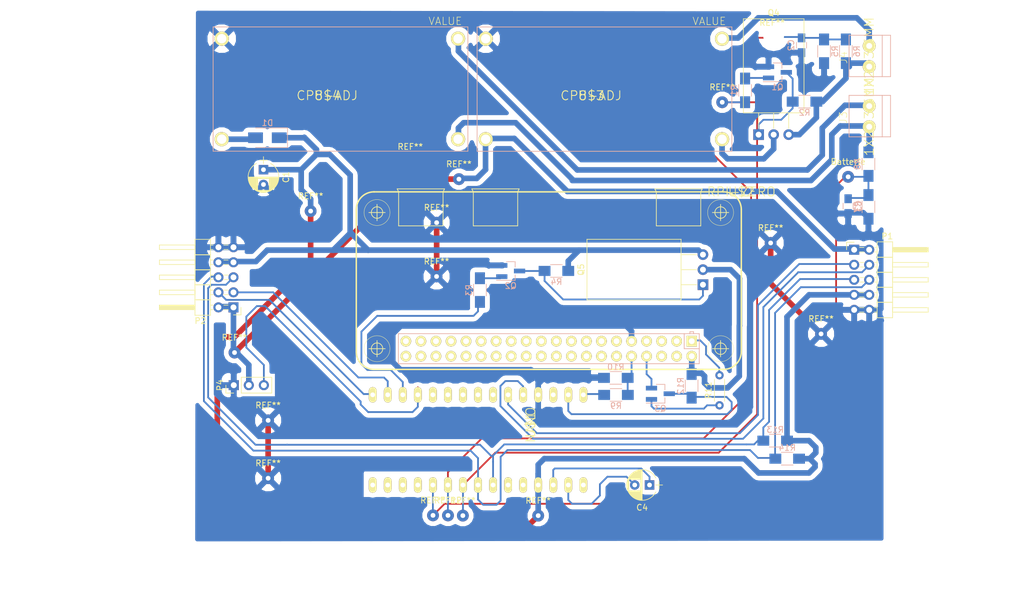
<source format=kicad_pcb>
(kicad_pcb (version 4) (host pcbnew 4.0.7)
  (layers (0 F.Cu signal hide) (31 B.Cu signal) (34 B.Paste user hide) (35 F.Paste user hide) (36 B.SilkS user) (37 F.SilkS user hide) (38 B.Mask user) (39 F.Mask user) (44 Edge.Cuts user))
  (net 0 "")
  (net 1 /5V0@1)
  (net 2 GND)
  (net 3 /N$14)
  (net 4 /N$20)
  (net 5 /N$1)
  (net 6 /N$12)
  (net 7 /N$11)
  (net 8 "Net-(P4-Pad3)")
  (net 9 "Net-(Q1-Pad1)")
  (net 10 /N$3)
  (net 11 "Net-(Q3-Pad1)")
  (net 12 /N$17)
  (net 13 /N$16)
  (net 14 "Net-(R1-Pad2)")
  (net 15 "Net-(R3-Pad2)")
  (net 16 /N$15)
  (net 17 /N$18)
  (net 18 "Net-(R11-Pad2)")
  (net 19 "Net-(U$1-Pad3.3V)")
  (net 20 "Net-(U$1-PadAREF)")
  (net 21 "Net-(U$1-PadRAW)")
  (net 22 "Net-(U$1-PadRST1)")
  (net 23 "Net-(U$2-Pad3)")
  (net 24 "Net-(U$2-Pad5)")
  (net 25 "Net-(U$2-Pad7)")
  (net 26 "Net-(U$2-Pad11)")
  (net 27 "Net-(U$2-Pad12)")
  (net 28 "Net-(U$2-Pad13)")
  (net 29 "Net-(U$2-Pad14)")
  (net 30 "Net-(U$2-Pad15)")
  (net 31 "Net-(U$2-Pad16)")
  (net 32 "Net-(U$2-Pad17)")
  (net 33 "Net-(U$2-Pad18)")
  (net 34 "Net-(U$2-Pad19)")
  (net 35 "Net-(U$2-Pad20)")
  (net 36 "Net-(U$2-Pad21)")
  (net 37 "Net-(U$2-Pad22)")
  (net 38 "Net-(U$2-Pad23)")
  (net 39 "Net-(U$2-Pad24)")
  (net 40 "Net-(U$2-Pad25)")
  (net 41 "Net-(U$2-Pad26)")
  (net 42 "Net-(U$2-Pad27)")
  (net 43 "Net-(U$2-Pad28)")
  (net 44 "Net-(U$2-Pad29)")
  (net 45 "Net-(U$2-Pad30)")
  (net 46 "Net-(U$2-Pad31)")
  (net 47 "Net-(U$2-Pad33)")
  (net 48 "Net-(U$2-Pad34)")
  (net 49 "Net-(U$2-Pad35)")
  (net 50 "Net-(U$2-Pad36)")
  (net 51 "Net-(U$2-Pad37)")
  (net 52 "Net-(U$2-Pad38)")
  (net 53 "Net-(U$2-Pad39)")
  (net 54 "Net-(U$2-Pad40)")
  (net 55 "Net-(C2-Pad1)")
  (net 56 "Net-(U$2-Pad32)")
  (net 57 "Net-(C4-Pad-)")
  (net 58 /5VRPI)
  (net 59 "Net-(U$2-Pad4)")
  (net 60 "Net-(U$2-Pad6)")
  (net 61 "Net-(U$1-PadD13)")
  (net 62 "Net-(P1-Pad1)")
  (net 63 /N$9)
  (net 64 /N$7)
  (net 65 "Net-(P1-Pad5)")
  (net 66 "Net-(P1-Pad6)")
  (net 67 "Net-(P2-Pad3)")
  (net 68 "Net-(P2-Pad4)")
  (net 69 "Net-(U$1-PadD6)")
  (net 70 "Net-(U$1-PadD7)")
  (net 71 "Net-(U$1-PadD8)")
  (net 72 /N$10)
  (net 73 "Net-(U$1-PadA7)")
  (net 74 "Net-(U$1-PadA6)")
  (net 75 "Net-(U$1-PadD4)")
  (net 76 "Net-(U$1-PadD5)")
  (net 77 "Net-(U$1-PadA0)")
  (net 78 "Net-(Q1-Pad3)")
  (net 79 "Net-(Q2-Pad1)")
  (net 80 "Net-(Q2-Pad3)")
  (net 81 "Net-(Q4-Pad2)")
  (module Redesign_main3:RASPBERRYPI_BASTELSTUBE_V13_RASPI_BOARD_B+_FULL (layer F.Cu) (at 146.05 55.88 180)
    (fp_text reference U$2 (at 0 0 180) (layer F.SilkS))
    (fp_text value RPI-ZERO (at 0 0 180) (layer F.SilkS))
    (pad 1 thru_hole rect (at 8.3693 -25.22982 180) (size 1.778 1.778) (drill 0.99822) (layers *.Cu F.Paste F.SilkS F.Mask) (net 18 "Net-(R11-Pad2)"))
    (pad 2 thru_hole circle (at 8.3693 -27.76982 180) (size 1.8 1.8) (drill 0.99822) (layers *.Cu F.Paste F.SilkS F.Mask) (net 58 /5VRPI))
    (pad 3 thru_hole circle (at 10.9093 -25.22982 180) (size 1.8 1.8) (drill 0.99822) (layers *.Cu F.Paste F.SilkS F.Mask) (net 23 "Net-(U$2-Pad3)"))
    (pad 4 thru_hole circle (at 10.9093 -27.76982 180) (size 1.8 1.8) (drill 0.99822) (layers *.Cu F.Paste F.SilkS F.Mask) (net 59 "Net-(U$2-Pad4)"))
    (pad 5 thru_hole circle (at 13.4493 -25.22982 180) (size 1.8 1.8) (drill 0.99822) (layers *.Cu F.Paste F.SilkS F.Mask) (net 24 "Net-(U$2-Pad5)"))
    (pad 6 thru_hole circle (at 13.4493 -27.76982 180) (size 1.8 1.8) (drill 0.99822) (layers *.Cu F.Paste F.SilkS F.Mask) (net 60 "Net-(U$2-Pad6)"))
    (pad 7 thru_hole circle (at 15.9893 -25.22982 180) (size 1.8 1.8) (drill 0.99822) (layers *.Cu F.Paste F.SilkS F.Mask) (net 25 "Net-(U$2-Pad7)"))
    (pad 8 thru_hole circle (at 15.9893 -27.76982 180) (size 1.8 1.8) (drill 0.99822) (layers *.Cu F.Paste F.SilkS F.Mask) (net 12 /N$17))
    (pad 9 thru_hole circle (at 18.5293 -25.22982 180) (size 1.8 1.8) (drill 0.99822) (layers *.Cu F.Paste F.SilkS F.Mask) (net 2 GND))
    (pad 10 thru_hole circle (at 18.5293 -27.76982 180) (size 1.8 1.8) (drill 0.99822) (layers *.Cu F.Paste F.SilkS F.Mask) (net 17 /N$18))
    (pad 11 thru_hole circle (at 21.0693 -25.22982 180) (size 1.8 1.8) (drill 0.99822) (layers *.Cu F.Paste F.SilkS F.Mask) (net 26 "Net-(U$2-Pad11)"))
    (pad 12 thru_hole circle (at 21.0693 -27.76982 180) (size 1.8 1.8) (drill 0.99822) (layers *.Cu F.Paste F.SilkS F.Mask) (net 27 "Net-(U$2-Pad12)"))
    (pad 13 thru_hole circle (at 23.6093 -25.22982 180) (size 1.8 1.8) (drill 0.99822) (layers *.Cu F.Paste F.SilkS F.Mask) (net 28 "Net-(U$2-Pad13)"))
    (pad 14 thru_hole circle (at 23.6093 -27.76982 180) (size 1.8 1.8) (drill 0.99822) (layers *.Cu F.Paste F.SilkS F.Mask) (net 29 "Net-(U$2-Pad14)"))
    (pad 15 thru_hole circle (at 26.1493 -25.22982 180) (size 1.8 1.8) (drill 0.99822) (layers *.Cu F.Paste F.SilkS F.Mask) (net 30 "Net-(U$2-Pad15)"))
    (pad 16 thru_hole circle (at 26.1493 -27.76982 180) (size 1.8 1.8) (drill 0.99822) (layers *.Cu F.Paste F.SilkS F.Mask) (net 31 "Net-(U$2-Pad16)"))
    (pad 17 thru_hole circle (at 28.6893 -25.22982 180) (size 1.8 1.8) (drill 0.99822) (layers *.Cu F.Paste F.SilkS F.Mask) (net 32 "Net-(U$2-Pad17)"))
    (pad 18 thru_hole circle (at 28.6893 -27.76982 180) (size 1.8 1.8) (drill 0.99822) (layers *.Cu F.Paste F.SilkS F.Mask) (net 33 "Net-(U$2-Pad18)"))
    (pad 19 thru_hole circle (at 31.2293 -25.22982 180) (size 1.8 1.8) (drill 0.99822) (layers *.Cu F.Paste F.SilkS F.Mask) (net 34 "Net-(U$2-Pad19)"))
    (pad 20 thru_hole circle (at 31.2293 -27.76982 180) (size 1.8 1.8) (drill 0.99822) (layers *.Cu F.Paste F.SilkS F.Mask) (net 35 "Net-(U$2-Pad20)"))
    (pad 21 thru_hole circle (at 33.7693 -25.22982 180) (size 1.8 1.8) (drill 0.99822) (layers *.Cu F.Paste F.SilkS F.Mask) (net 36 "Net-(U$2-Pad21)"))
    (pad 22 thru_hole circle (at 33.7693 -27.76982 180) (size 1.8 1.8) (drill 0.99822) (layers *.Cu F.Paste F.SilkS F.Mask) (net 37 "Net-(U$2-Pad22)"))
    (pad 23 thru_hole circle (at 36.3093 -25.22982 180) (size 1.8 1.8) (drill 0.99822) (layers *.Cu F.Paste F.SilkS F.Mask) (net 38 "Net-(U$2-Pad23)"))
    (pad 24 thru_hole circle (at 36.3093 -27.76982 180) (size 1.8 1.8) (drill 0.99822) (layers *.Cu F.Paste F.SilkS F.Mask) (net 39 "Net-(U$2-Pad24)"))
    (pad 25 thru_hole circle (at 38.8493 -25.22982 180) (size 1.8 1.8) (drill 0.99822) (layers *.Cu F.Paste F.SilkS F.Mask) (net 40 "Net-(U$2-Pad25)"))
    (pad 26 thru_hole circle (at 38.8493 -27.76982 180) (size 1.8 1.8) (drill 0.99822) (layers *.Cu F.Paste F.SilkS F.Mask) (net 41 "Net-(U$2-Pad26)"))
    (pad 27 thru_hole circle (at 41.3893 -25.22982 180) (size 1.8 1.8) (drill 0.99822) (layers *.Cu F.Paste F.SilkS F.Mask) (net 42 "Net-(U$2-Pad27)"))
    (pad 28 thru_hole circle (at 41.3893 -27.76982 180) (size 1.8 1.8) (drill 0.99822) (layers *.Cu F.Paste F.SilkS F.Mask) (net 43 "Net-(U$2-Pad28)"))
    (pad 29 thru_hole circle (at 43.9293 -25.22982 180) (size 1.8 1.8) (drill 0.99822) (layers *.Cu F.Paste F.SilkS F.Mask) (net 44 "Net-(U$2-Pad29)"))
    (pad 30 thru_hole circle (at 43.9293 -27.76982 180) (size 1.8 1.8) (drill 0.99822) (layers *.Cu F.Paste F.SilkS F.Mask) (net 45 "Net-(U$2-Pad30)"))
    (pad 31 thru_hole circle (at 46.4693 -25.22982 180) (size 1.8 1.8) (drill 0.99822) (layers *.Cu F.Paste F.SilkS F.Mask) (net 46 "Net-(U$2-Pad31)"))
    (pad 32 thru_hole circle (at 46.4693 -27.76982 180) (size 1.8 1.8) (drill 0.99822) (layers *.Cu F.Paste F.SilkS F.Mask) (net 56 "Net-(U$2-Pad32)"))
    (pad 33 thru_hole circle (at 49.0093 -25.22982 180) (size 1.8 1.8) (drill 0.99822) (layers *.Cu F.Paste F.SilkS F.Mask) (net 47 "Net-(U$2-Pad33)"))
    (pad 34 thru_hole circle (at 49.0093 -27.76982 180) (size 1.8 1.8) (drill 0.99822) (layers *.Cu F.Paste F.SilkS F.Mask) (net 48 "Net-(U$2-Pad34)"))
    (pad 35 thru_hole circle (at 51.5493 -25.22982 180) (size 1.8 1.8) (drill 0.99822) (layers *.Cu F.Paste F.SilkS F.Mask) (net 49 "Net-(U$2-Pad35)"))
    (pad 36 thru_hole circle (at 51.5493 -27.76982 180) (size 1.8 1.8) (drill 0.99822) (layers *.Cu F.Paste F.SilkS F.Mask) (net 50 "Net-(U$2-Pad36)"))
    (pad 37 thru_hole circle (at 54.0893 -25.22982 180) (size 1.8 1.8) (drill 0.99822) (layers *.Cu F.Paste F.SilkS F.Mask) (net 51 "Net-(U$2-Pad37)"))
    (pad 38 thru_hole circle (at 54.0893 -27.76982 180) (size 1.8 1.8) (drill 0.99822) (layers *.Cu F.Paste F.SilkS F.Mask) (net 52 "Net-(U$2-Pad38)"))
    (pad 39 thru_hole circle (at 56.6293 -25.22982 180) (size 1.8 1.8) (drill 0.99822) (layers *.Cu F.Paste F.SilkS F.Mask) (net 53 "Net-(U$2-Pad39)"))
    (pad 40 thru_hole circle (at 56.6293 -27.76982 180) (size 1.8 1.8) (drill 0.99822) (layers *.Cu F.Paste F.SilkS F.Mask) (net 54 "Net-(U$2-Pad40)"))
  )
  (module Wire_Pads:SolderWirePad_single_0-8mmDrill (layer F.Cu) (at 159.512 79.883)
    (fp_text reference REF** (at 0 -2.54) (layer F.SilkS))
    (fp_text value SolderWirePad_single_0-8mmDrill)
    (pad 1 thru_hole circle (at 0 0) (size 1.99898 1.99898) (drill 0.8001) (layers *.Cu *.Mask) (net 2 GND))
  )
  (module Wire_Pads:SolderWirePad_single_0-8mmDrill (layer F.Cu) (at 151.003 64.516)
    (fp_text reference REF** (at 0 -2.54) (layer F.SilkS))
    (fp_text value SolderWirePad_single_0-8mmDrill)
    (pad 1 thru_hole circle (at 0 0) (size 1.99898 1.99898) (drill 0.8001) (layers *.Cu *.Mask) (net 2 GND))
  )
  (module Wire_Pads:SolderWirePad_single_0-8mmDrill (layer F.Cu) (at 94.615 61.087)
    (fp_text reference REF** (at 0 -2.54) (layer F.SilkS))
    (fp_text value SolderWirePad_single_0-8mmDrill)
    (pad 1 thru_hole circle (at 0 0) (size 1.99898 1.99898) (drill 0.8001) (layers *.Cu *.Mask) (net 2 GND))
  )
  (module Redesign_main3:1X2-3.5MM (layer F.Cu) (at 167.64 33.02 90)
    (fp_text reference J4 (at -0.17272 -4.36372 270) (layer F.SilkS) (effects (font (size 1.27 1.27) (thickness 0.1016))))
    (fp_text value 1X2-3.5MM (at 0 0 90) (layer F.SilkS))
    (pad 1 thru_hole circle (at 1.79832 0 90) (size 2.18186 2.18186) (drill 0.99822) (layers *.Cu F.Paste F.SilkS F.Mask) (net 72 /N$10))
    (pad 2 thru_hole circle (at -1.69926 0 90) (size 2.18186 2.18186) (drill 0.99822) (layers *.Cu F.Paste F.SilkS F.Mask) (net 10 /N$3))
  )
  (module Wire_Pads:SolderWirePad_single_0-8mmDrill (layer F.Cu) (at 94.6023 70.1802)
    (fp_text reference REF** (at 0 -2.54) (layer F.SilkS))
    (fp_text value SolderWirePad_single_0-8mmDrill)
    (pad 1 thru_hole circle (at 0 0) (size 1.99898 1.99898) (drill 0.8001) (layers *.Cu *.Mask) (net 2 GND))
  )
  (module Wire_Pads:SolderWirePad_single_0-8mmDrill (layer F.Cu) (at 66.167 104.267)
    (fp_text reference REF** (at 0 -2.54) (layer F.SilkS))
    (fp_text value SolderWirePad_single_0-8mmDrill)
    (pad 1 thru_hole circle (at 0 0) (size 1.99898 1.99898) (drill 0.8001) (layers *.Cu *.Mask) (net 2 GND))
  )
  (module Pin_Headers:Pin_Header_Angled_2x05_Pitch2.54mm (layer F.Cu) (at 60.31484 75.40244 180)
    (fp_text reference P2 (at 5.585 -2.27 180) (layer F.SilkS))
    (fp_text value CONN_02X05)
    (pad 1 thru_hole rect (at 0 0 180) (size 1.7 1.7) (drill 1) (layers *.Cu *.Mask) (net 62 "Net-(P1-Pad1)"))
    (pad 2 thru_hole oval (at 2.54 0 180) (size 1.7 1.7) (drill 1) (layers *.Cu *.Mask) (net 62 "Net-(P1-Pad1)"))
    (pad 3 thru_hole oval (at 0 2.54 180) (size 1.7 1.7) (drill 1) (layers *.Cu *.Mask) (net 67 "Net-(P2-Pad3)"))
    (pad 4 thru_hole oval (at 2.54 2.54 180) (size 1.7 1.7) (drill 1) (layers *.Cu *.Mask) (net 68 "Net-(P2-Pad4)"))
    (pad 5 thru_hole oval (at 0 5.08 180) (size 1.7 1.7) (drill 1) (layers *.Cu *.Mask) (net 65 "Net-(P1-Pad5)"))
    (pad 6 thru_hole oval (at 2.54 5.08 180) (size 1.7 1.7) (drill 1) (layers *.Cu *.Mask) (net 66 "Net-(P1-Pad6)"))
    (pad 7 thru_hole oval (at 0 7.62 180) (size 1.7 1.7) (drill 1) (layers *.Cu *.Mask) (net 1 /5V0@1))
    (pad 8 thru_hole oval (at 2.54 7.62 180) (size 1.7 1.7) (drill 1) (layers *.Cu *.Mask) (net 1 /5V0@1))
    (pad 9 thru_hole oval (at 0 10.16 180) (size 1.7 1.7) (drill 1) (layers *.Cu *.Mask) (net 2 GND))
    (pad 10 thru_hole oval (at 2.54 10.16 180) (size 1.7 1.7) (drill 1) (layers *.Cu *.Mask) (net 2 GND))
  )
  (module Capacitors_ThroughHole:CP_Radial_D5.0mm_P2.50mm (layer F.Cu) (at 130.556 105.41 180)
    (fp_text reference C4 (at 1.25 -3.81 180) (layer F.SilkS))
    (fp_text value 220)
    (pad + thru_hole rect (at 0 0 180) (size 1.6 1.6) (drill 0.8) (layers *.Cu *.Mask) (net 4 /N$20))
    (pad - thru_hole circle (at 2.5 0 180) (size 1.6 1.6) (drill 0.8) (layers *.Cu *.Mask) (net 57 "Net-(C4-Pad-)"))
  )
  (module Pin_Headers:Pin_Header_Straight_1x03_Pitch2.54mm (layer F.Cu) (at 60.36564 88.5444 90)
    (fp_text reference P4 (at 0 -2.33 90) (layer F.SilkS))
    (fp_text value CONN_01X03)
    (pad 1 thru_hole rect (at 0 0 90) (size 1.7 1.7) (drill 1) (layers *.Cu *.Mask) (net 2 GND))
    (pad 2 thru_hole oval (at 0 2.54 90) (size 1.7 1.7) (drill 1) (layers *.Cu *.Mask) (net 62 "Net-(P1-Pad1)"))
    (pad 3 thru_hole oval (at 0 5.08 90) (size 1.7 1.7) (drill 1) (layers *.Cu *.Mask) (net 8 "Net-(P4-Pad3)"))
  )
  (module Redesign_main3:NANO (layer F.Cu) (at 110.49 95.25 90)
    (fp_text reference U$1 (at 0 0 90) (layer F.SilkS))
    (fp_text value NANO (at 0 0 90) (layer F.SilkS))
    (pad 3.3V thru_hole oval (at -10.16 -24.13) (size 1.30556 2.61366) (drill 0.79756) (layers *.Cu F.Paste F.SilkS F.Mask) (net 19 "Net-(U$1-Pad3.3V)"))
    (pad 5V thru_hole oval (at -10.16 1.27 180) (size 1.30556 2.61366) (drill 0.79756) (layers *.Cu F.Paste F.SilkS F.Mask) (net 1 /5V0@1))
    (pad A0 thru_hole oval (at -10.16 -19.05 180) (size 1.30556 2.61366) (drill 0.79756) (layers *.Cu F.Paste F.SilkS F.Mask) (net 77 "Net-(U$1-PadA0)"))
    (pad A1 thru_hole oval (at -10.16 -16.51 180) (size 1.30556 2.61366) (drill 0.79756) (layers *.Cu F.Paste F.SilkS F.Mask) (net 3 /N$14))
    (pad A2 thru_hole oval (at -10.16 -13.97 180) (size 1.30556 2.61366) (drill 0.79756) (layers *.Cu F.Paste F.SilkS F.Mask) (net 55 "Net-(C2-Pad1)"))
    (pad A3 thru_hole oval (at -10.16 -11.43 180) (size 1.30556 2.61366) (drill 0.79756) (layers *.Cu F.Paste F.SilkS F.Mask) (net 14 "Net-(R1-Pad2)"))
    (pad A4 thru_hole oval (at -10.16 -8.89) (size 1.30556 2.61366) (drill 0.79756) (layers *.Cu F.Paste F.SilkS F.Mask) (net 66 "Net-(P1-Pad6)"))
    (pad A5 thru_hole oval (at -10.16 -6.35) (size 1.30556 2.61366) (drill 0.79756) (layers *.Cu F.Paste F.SilkS F.Mask) (net 65 "Net-(P1-Pad5)"))
    (pad A6 thru_hole oval (at -10.16 -3.81) (size 1.30556 2.61366) (drill 0.79756) (layers *.Cu F.Paste F.SilkS F.Mask) (net 74 "Net-(U$1-PadA6)"))
    (pad A7 thru_hole oval (at -10.16 -1.27) (size 1.30556 2.61366) (drill 0.79756) (layers *.Cu F.Paste F.SilkS F.Mask) (net 73 "Net-(U$1-PadA7)"))
    (pad AREF thru_hole oval (at -10.16 -21.59) (size 1.30556 2.61366) (drill 0.79756) (layers *.Cu F.Paste F.SilkS F.Mask) (net 20 "Net-(U$1-PadAREF)"))
    (pad D2 thru_hole oval (at 5.08 -1.27 180) (size 1.30556 2.61366) (drill 0.79756) (layers *.Cu F.Paste F.SilkS F.Mask) (net 63 /N$9))
    (pad D3 thru_hole oval (at 5.08 -3.81 180) (size 1.30556 2.61366) (drill 0.79756) (layers *.Cu F.Paste F.SilkS F.Mask) (net 64 /N$7))
    (pad D4 thru_hole oval (at 5.08 -6.35 180) (size 1.30556 2.61366) (drill 0.79756) (layers *.Cu F.Paste F.SilkS F.Mask) (net 75 "Net-(U$1-PadD4)"))
    (pad D5 thru_hole oval (at 5.08 -8.89 180) (size 1.30556 2.61366) (drill 0.79756) (layers *.Cu F.Paste F.SilkS F.Mask) (net 76 "Net-(U$1-PadD5)"))
    (pad D6 thru_hole oval (at 5.08 -11.43 180) (size 1.30556 2.61366) (drill 0.79756) (layers *.Cu F.Paste F.SilkS F.Mask) (net 69 "Net-(U$1-PadD6)"))
    (pad D7 thru_hole oval (at 5.08 -13.97 180) (size 1.30556 2.61366) (drill 0.79756) (layers *.Cu F.Paste F.SilkS F.Mask) (net 70 "Net-(U$1-PadD7)"))
    (pad D8 thru_hole oval (at 5.08 -16.51 180) (size 1.30556 2.61366) (drill 0.79756) (layers *.Cu F.Paste F.SilkS F.Mask) (net 71 "Net-(U$1-PadD8)"))
    (pad D9 thru_hole oval (at 5.08 -19.05 180) (size 1.30556 2.61366) (drill 0.79756) (layers *.Cu F.Paste F.SilkS F.Mask) (net 8 "Net-(P4-Pad3)"))
    (pad D10 thru_hole oval (at 5.08 -21.59 180) (size 1.30556 2.61366) (drill 0.79756) (layers *.Cu F.Paste F.SilkS F.Mask) (net 15 "Net-(R3-Pad2)"))
    (pad D11 thru_hole oval (at 5.08 -24.13 180) (size 1.30556 2.61366) (drill 0.79756) (layers *.Cu F.Paste F.SilkS F.Mask) (net 67 "Net-(P2-Pad3)"))
    (pad D12 thru_hole oval (at 5.08 -26.67 180) (size 1.30556 2.61366) (drill 0.79756) (layers *.Cu F.Paste F.SilkS F.Mask) (net 68 "Net-(P2-Pad4)"))
    (pad D13 thru_hole oval (at -10.16 -26.67 180) (size 1.30556 2.61366) (drill 0.79756) (layers *.Cu F.Paste F.SilkS F.Mask) (net 61 "Net-(U$1-PadD13)"))
    (pad GND thru_hole oval (at -10.16 6.35 180) (size 1.30556 2.61366) (drill 0.79756) (layers *.Cu F.Paste F.SilkS F.Mask) (net 57 "Net-(C4-Pad-)"))
    (pad GND1 thru_hole oval (at 5.08 1.27 180) (size 1.30556 2.61366) (drill 0.79756) (layers *.Cu F.Paste F.SilkS F.Mask) (net 2 GND))
    (pad RAW thru_hole oval (at -10.16 8.89 180) (size 1.30556 2.61366) (drill 0.79756) (layers *.Cu F.Paste F.SilkS F.Mask) (net 21 "Net-(U$1-PadRAW)"))
    (pad RST thru_hole oval (at -10.16 3.81 180) (size 1.30556 2.61366) (drill 0.79756) (layers *.Cu F.Paste F.SilkS F.Mask) (net 4 /N$20))
    (pad RST1 thru_hole oval (at 5.08 3.81 180) (size 1.30556 2.61366) (drill 0.79756) (layers *.Cu F.Paste F.SilkS F.Mask) (net 22 "Net-(U$1-PadRST1)"))
    (pad RX1 thru_hole oval (at 5.08 6.35 180) (size 1.30556 2.61366) (drill 0.79756) (layers *.Cu F.Paste F.SilkS F.Mask) (net 13 /N$16))
    (pad TX0 thru_hole oval (at 5.08 8.89 180) (size 1.30556 2.61366) (drill 0.79756) (layers *.Cu F.Paste F.SilkS F.Mask) (net 16 /N$15))
  )
  (module Redesign_main3:1X2-3.5MM (layer F.Cu) (at 167.64 43.18 90)
    (fp_text reference J3 (at -0.17272 -4.36372 270) (layer F.SilkS) (effects (font (size 1.27 1.27) (thickness 0.1016))))
    (fp_text value 1X2-3.5MM (at 0 0 90) (layer F.SilkS))
    (pad 1 thru_hole circle (at 1.79832 0 90) (size 2.18186 2.18186) (drill 0.99822) (layers *.Cu F.Paste F.SilkS F.Mask) (net 6 /N$12))
    (pad 2 thru_hole circle (at -1.69926 0 90) (size 2.18186 2.18186) (drill 0.99822) (layers *.Cu F.Paste F.SilkS F.Mask) (net 7 /N$11))
  )
  (module Pin_Headers:Pin_Header_Angled_2x05_Pitch2.54mm (layer F.Cu) (at 165.1 65.659)
    (fp_text reference P1 (at 5.585 -2.27) (layer F.SilkS))
    (fp_text value CONN_02X05)
    (pad 1 thru_hole rect (at 0 0) (size 1.7 1.7) (drill 1) (layers *.Cu *.Mask) (net 62 "Net-(P1-Pad1)"))
    (pad 2 thru_hole oval (at 2.54 0) (size 1.7 1.7) (drill 1) (layers *.Cu *.Mask) (net 62 "Net-(P1-Pad1)"))
    (pad 3 thru_hole oval (at 0 2.54) (size 1.7 1.7) (drill 1) (layers *.Cu *.Mask) (net 64 /N$7))
    (pad 4 thru_hole oval (at 2.54 2.54) (size 1.7 1.7) (drill 1) (layers *.Cu *.Mask) (net 63 /N$9))
    (pad 5 thru_hole oval (at 0 5.08) (size 1.7 1.7) (drill 1) (layers *.Cu *.Mask) (net 65 "Net-(P1-Pad5)"))
    (pad 6 thru_hole oval (at 2.54 5.08) (size 1.7 1.7) (drill 1) (layers *.Cu *.Mask) (net 66 "Net-(P1-Pad6)"))
    (pad 7 thru_hole oval (at 0 7.62) (size 1.7 1.7) (drill 1) (layers *.Cu *.Mask) (net 1 /5V0@1))
    (pad 8 thru_hole oval (at 2.54 7.62) (size 1.7 1.7) (drill 1) (layers *.Cu *.Mask) (net 1 /5V0@1))
    (pad 9 thru_hole oval (at 0 10.16) (size 1.7 1.7) (drill 1) (layers *.Cu *.Mask) (net 2 GND))
    (pad 10 thru_hole oval (at 2.54 10.16) (size 1.7 1.7) (drill 1) (layers *.Cu *.Mask) (net 2 GND))
  )
  (module Wire_Pads:SolderWirePad_single_1-2mmDrill (layer F.Cu) (at 90.17 52.07)
    (fp_text reference REF** (at 0 -3.81) (layer F.SilkS))
    (fp_text value SolderWirePad_single_1-2mmDrill)
  )
  (module Wire_Pads:SolderWirePad_single_0-8mmDrill (layer F.Cu) (at 96.53016 110.55096)
    (fp_text reference REF12 (at 0 -2.54) (layer F.SilkS))
    (fp_text value SolderWirePad_single_0-8mmDrill)
    (pad 1 thru_hole circle (at 0 0) (size 1.99898 1.99898) (drill 0.8001) (layers *.Cu *.Mask) (net 55 "Net-(C2-Pad1)"))
  )
  (module Resistors_SMD:R_1206_HandSoldering (layer B.Cu) (at 151.765 97.917 180)
    (fp_text reference R13 (at 0 1.85 180) (layer B.SilkS) (effects (justify mirror)))
    (fp_text value 4700)
    (pad 1 smd rect (at -2 0 180) (size 2 1.7) (layers B.Cu B.Paste B.Mask) (net 1 /5V0@1))
    (pad 2 smd rect (at 2 0 180) (size 2 1.7) (layers B.Cu B.Paste B.Mask) (net 65 "Net-(P1-Pad5)"))
  )
  (module Resistors_SMD:R_1206_HandSoldering (layer B.Cu) (at 153.797 100.965 180)
    (fp_text reference R14 (at 0 1.85 180) (layer B.SilkS) (effects (justify mirror)))
    (fp_text value 4700)
    (pad 1 smd rect (at -2 0 180) (size 2 1.7) (layers B.Cu B.Paste B.Mask) (net 1 /5V0@1))
    (pad 2 smd rect (at 2 0 180) (size 2 1.7) (layers B.Cu B.Paste B.Mask) (net 66 "Net-(P1-Pad6)"))
  )
  (module Capacitors_SMD:C_0805_HandSoldering (layer B.Cu) (at 156.21 31.115 270)
    (fp_text reference C2 (at 0 1.75 270) (layer B.SilkS) (effects (justify mirror)))
    (fp_text value 104)
    (pad 1 smd rect (at -1.25 0 270) (size 1.5 1.25) (layers B.Cu B.Paste B.Mask) (net 55 "Net-(C2-Pad1)"))
    (pad 2 smd rect (at 1.25 0 270) (size 1.5 1.25) (layers B.Cu B.Paste B.Mask) (net 2 GND))
  )
  (module Capacitors_SMD:C_0805_HandSoldering (layer B.Cu) (at 164.084 58.293 90)
    (fp_text reference C3 (at 0 1.75 90) (layer B.SilkS) (effects (justify mirror)))
    (fp_text value 104)
    (pad 1 smd rect (at -1.25 0 90) (size 1.5 1.25) (layers B.Cu B.Paste B.Mask) (net 2 GND))
    (pad 2 smd rect (at 1.25 0 90) (size 1.5 1.25) (layers B.Cu B.Paste B.Mask) (net 3 /N$14))
  )
  (module Resistors_SMD:R_1206_HandSoldering (layer B.Cu) (at 146.685 38.735 270)
    (fp_text reference R1 (at 0 1.85 270) (layer B.SilkS) (effects (justify mirror)))
    (fp_text value 10000)
    (pad 1 smd rect (at -2 0 270) (size 2 1.7) (layers B.Cu B.Paste B.Mask) (net 9 "Net-(Q1-Pad1)"))
    (pad 2 smd rect (at 2 0 270) (size 2 1.7) (layers B.Cu B.Paste B.Mask) (net 14 "Net-(R1-Pad2)"))
  )
  (module Resistors_SMD:R_1206_HandSoldering (layer B.Cu) (at 156.718 40.64)
    (fp_text reference R2 (at 0 1.85) (layer B.SilkS) (effects (justify mirror)))
    (fp_text value 10000)
    (pad 1 smd rect (at -2 0) (size 2 1.7) (layers B.Cu B.Paste B.Mask) (net 78 "Net-(Q1-Pad3)"))
    (pad 2 smd rect (at 2 0) (size 2 1.7) (layers B.Cu B.Paste B.Mask) (net 10 /N$3))
  )
  (module Resistors_SMD:R_1206_HandSoldering (layer B.Cu) (at 101.92512 72.47636 270)
    (fp_text reference R3 (at 0 1.85 270) (layer B.SilkS) (effects (justify mirror)))
    (fp_text value 10000)
    (pad 1 smd rect (at -2 0 270) (size 2 1.7) (layers B.Cu B.Paste B.Mask) (net 79 "Net-(Q2-Pad1)"))
    (pad 2 smd rect (at 2 0 270) (size 2 1.7) (layers B.Cu B.Paste B.Mask) (net 15 "Net-(R3-Pad2)"))
  )
  (module Resistors_SMD:R_1206_HandSoldering (layer B.Cu) (at 114.8334 69.2404)
    (fp_text reference R4 (at 0 1.85) (layer B.SilkS) (effects (justify mirror)))
    (fp_text value 10000)
    (pad 1 smd rect (at -2 0) (size 2 1.7) (layers B.Cu B.Paste B.Mask) (net 80 "Net-(Q2-Pad3)"))
    (pad 2 smd rect (at 2 0) (size 2 1.7) (layers B.Cu B.Paste B.Mask) (net 1 /5V0@1))
  )
  (module Resistors_SMD:R_1206_HandSoldering (layer B.Cu) (at 160.02 32.131 90)
    (fp_text reference R5 (at 0 1.85 90) (layer B.SilkS) (effects (justify mirror)))
    (fp_text value 10MOhm)
    (pad 1 smd rect (at -2 0 90) (size 2 1.7) (layers B.Cu B.Paste B.Mask) (net 2 GND))
    (pad 2 smd rect (at 2 0 90) (size 2 1.7) (layers B.Cu B.Paste B.Mask) (net 55 "Net-(C2-Pad1)"))
  )
  (module Resistors_SMD:R_1206_HandSoldering (layer B.Cu) (at 163.703 32.131 90)
    (fp_text reference R6 (at 0 1.85 90) (layer B.SilkS) (effects (justify mirror)))
    (fp_text value 10MOhm)
    (pad 1 smd rect (at -2 0 90) (size 2 1.7) (layers B.Cu B.Paste B.Mask) (net 10 /N$3))
    (pad 2 smd rect (at 2 0 90) (size 2 1.7) (layers B.Cu B.Paste B.Mask) (net 55 "Net-(C2-Pad1)"))
  )
  (module Resistors_SMD:R_1206_HandSoldering (layer B.Cu) (at 167.513 58.42 270)
    (fp_text reference R7 (at 0 1.85 270) (layer B.SilkS) (effects (justify mirror)))
    (fp_text value 10MOhm)
    (pad 1 smd rect (at -2 0 270) (size 2 1.7) (layers B.Cu B.Paste B.Mask) (net 3 /N$14))
    (pad 2 smd rect (at 2 0 270) (size 2 1.7) (layers B.Cu B.Paste B.Mask) (net 2 GND))
  )
  (module Resistors_SMD:R_1206_HandSoldering (layer B.Cu) (at 167.513 51.181 270)
    (fp_text reference R8 (at 0 1.85 270) (layer B.SilkS) (effects (justify mirror)))
    (fp_text value 10MOhm)
    (pad 1 smd rect (at -2 0 270) (size 2 1.7) (layers B.Cu B.Paste B.Mask) (net 7 /N$11))
    (pad 2 smd rect (at 2 0 270) (size 2 1.7) (layers B.Cu B.Paste B.Mask) (net 3 /N$14))
  )
  (module Resistors_SMD:R_1206_HandSoldering (layer B.Cu) (at 124.8918 90.19032)
    (fp_text reference R9 (at 0 1.85) (layer B.SilkS) (effects (justify mirror)))
    (fp_text value 470)
    (pad 1 smd rect (at -2 0) (size 2 1.7) (layers B.Cu B.Paste B.Mask) (net 16 /N$15))
    (pad 2 smd rect (at 2 0) (size 2 1.7) (layers B.Cu B.Paste B.Mask) (net 17 /N$18))
  )
  (module Resistors_SMD:R_1206_HandSoldering (layer B.Cu) (at 124.86386 87.3125 180)
    (fp_text reference R10 (at 0 1.85 180) (layer B.SilkS) (effects (justify mirror)))
    (fp_text value 970)
    (pad 1 smd rect (at -2 0 180) (size 2 1.7) (layers B.Cu B.Paste B.Mask) (net 17 /N$18))
    (pad 2 smd rect (at 2 0 180) (size 2 1.7) (layers B.Cu B.Paste B.Mask) (net 2 GND))
  )
  (module Resistors_SMD:R_1206_HandSoldering (layer B.Cu) (at 137.66038 88.65362 270)
    (fp_text reference R12 (at 0 1.85 270) (layer B.SilkS) (effects (justify mirror)))
    (fp_text value 10000)
    (pad 1 smd rect (at -2 0 270) (size 2 1.7) (layers B.Cu B.Paste B.Mask) (net 58 /5VRPI))
    (pad 2 smd rect (at 2 0 270) (size 2 1.7) (layers B.Cu B.Paste B.Mask) (net 13 /N$16))
  )
  (module TO_SOT_Packages_SMD:SOT-23_Handsoldering (layer B.Cu) (at 152.146 35.687)
    (fp_text reference Q1 (at 0 2.5) (layer B.SilkS) (effects (justify mirror)))
    (fp_text value BC848)
    (pad 1 smd rect (at -1.5 0.95) (size 1.9 0.8) (layers B.Cu B.Paste B.Mask) (net 9 "Net-(Q1-Pad1)"))
    (pad 2 smd rect (at -1.5 -0.95) (size 1.9 0.8) (layers B.Cu B.Paste B.Mask) (net 2 GND))
    (pad 3 smd rect (at 1.5 0) (size 1.9 0.8) (layers B.Cu B.Paste B.Mask) (net 78 "Net-(Q1-Pad3)"))
  )
  (module TO_SOT_Packages_SMD:SOT-23_Handsoldering (layer B.Cu) (at 132.3848 89.9922)
    (fp_text reference Q3 (at 0 2.5) (layer B.SilkS) (effects (justify mirror)))
    (fp_text value BC848)
    (pad 1 smd rect (at -1.5 0.95) (size 1.9 0.8) (layers B.Cu B.Paste B.Mask) (net 11 "Net-(Q3-Pad1)"))
    (pad 2 smd rect (at -1.5 -0.95) (size 1.9 0.8) (layers B.Cu B.Paste B.Mask) (net 12 /N$17))
    (pad 3 smd rect (at 1.5 0) (size 1.9 0.8) (layers B.Cu B.Paste B.Mask) (net 13 /N$16))
  )
  (module Wire_Pads:SolderWirePad_single_0-8mmDrill (layer F.Cu) (at 142.8242 40.7416)
    (fp_text reference REF** (at 0 -2.54) (layer F.SilkS))
    (fp_text value SolderWirePad_single_0-8mmDrill)
    (pad 1 thru_hole circle (at 0 0) (size 1.99898 1.99898) (drill 0.8001) (layers *.Cu *.Mask) (net 14 "Net-(R1-Pad2)"))
  )
  (module Wire_Pads:SolderWirePad_single_0-8mmDrill (layer F.Cu) (at 151.257 29.845)
    (fp_text reference REF** (at 0 -2.54) (layer F.SilkS))
    (fp_text value SolderWirePad_single_0-8mmDrill)
    (pad 1 thru_hole circle (at 0 0) (size 1.99898 1.99898) (drill 0.8001) (layers *.Cu *.Mask) (net 55 "Net-(C2-Pad1)"))
  )
  (module Wire_Pads:SolderWirePad_single_0-8mmDrill (layer F.Cu) (at 164.084 53.34)
    (fp_text reference Batterie (at 0 -2.54) (layer F.SilkS))
    (fp_text value SolderWirePad_single_0-8mmDrill)
    (pad 1 thru_hole circle (at 0 0) (size 1.99898 1.99898) (drill 0.8001) (layers *.Cu *.Mask) (net 3 /N$14))
  )
  (module Diodes_SMD:D_SMA (layer B.Cu) (at 66.04 46.736 180)
    (fp_text reference D1 (at 0 2.5 180) (layer B.SilkS) (effects (justify mirror)))
    (fp_text value 14001)
    (pad C smd rect (at -2 0 180) (size 2.5 1.8) (layers B.Cu B.Paste B.Mask) (net 1 /5V0@1))
    (pad A smd rect (at 2 0 180) (size 2.5 1.8) (layers B.Cu B.Paste B.Mask) (net 5 /N$1))
  )
  (module Wire_Pads:SolderWirePad_single_0-8mmDrill (layer F.Cu) (at 94.00032 110.5408)
    (fp_text reference REF** (at 0 -2.54) (layer F.SilkS))
    (fp_text value SolderWirePad_single_0-8mmDrill)
    (pad 1 thru_hole circle (at 0 0) (size 1.99898 1.99898) (drill 0.8001) (layers *.Cu *.Mask) (net 3 /N$14))
  )
  (module Wire_Pads:SolderWirePad_single_0-8mmDrill (layer F.Cu) (at 99.03968 110.58144)
    (fp_text reference REF** (at 0 -2.54) (layer F.SilkS))
    (fp_text value SolderWirePad_single_0-8mmDrill)
    (pad 1 thru_hole circle (at 0 0) (size 1.99898 1.99898) (drill 0.8001) (layers *.Cu *.Mask) (net 14 "Net-(R1-Pad2)"))
  )
  (module Wire_Pads:SolderWirePad_single_0-8mmDrill (layer F.Cu) (at 111.76 110.58652)
    (fp_text reference REF** (at 0 -2.54) (layer F.SilkS))
    (fp_text value SolderWirePad_single_0-8mmDrill)
    (pad 1 thru_hole circle (at 0 0) (size 1.99898 1.99898) (drill 0.8001) (layers *.Cu *.Mask) (net 1 /5V0@1))
  )
  (module Capacitors_ThroughHole:CP_Radial_D5.0mm_P2.50mm (layer F.Cu) (at 65.3796 52.13604 270)
    (fp_text reference C1 (at 1.25 -3.81 270) (layer F.SilkS))
    (fp_text value 220)
    (pad + thru_hole rect (at 0 0 270) (size 1.6 1.6) (drill 0.8) (layers *.Cu *.Mask) (net 1 /5V0@1))
    (pad - thru_hole circle (at 2.5 0 270) (size 1.6 1.6) (drill 0.8) (layers *.Cu *.Mask) (net 2 GND))
  )
  (module Wire_Pads:SolderWirePad_single_0-8mmDrill (layer F.Cu) (at 60.49264 83.03768)
    (fp_text reference REF** (at 0 -2.54) (layer F.SilkS))
    (fp_text value SolderWirePad_single_0-8mmDrill)
    (pad 1 thru_hole circle (at 0 0) (size 1.99898 1.99898) (drill 0.8001) (layers *.Cu *.Mask) (net 62 "Net-(P1-Pad1)"))
  )
  (module Wire_Pads:SolderWirePad_single_0-8mmDrill (layer F.Cu) (at 98.37928 53.73116)
    (fp_text reference REF** (at 0 -2.54) (layer F.SilkS))
    (fp_text value SolderWirePad_single_0-8mmDrill)
    (pad 1 thru_hole circle (at 0 0) (size 1.99898 1.99898) (drill 0.8001) (layers *.Cu *.Mask) (net 62 "Net-(P1-Pad1)"))
  )
  (module Wire_Pads:SolderWirePad_single_0-8mmDrill (layer F.Cu) (at 66.167 94.488)
    (fp_text reference REF** (at 0 -2.54) (layer F.SilkS))
    (fp_text value SolderWirePad_single_0-8mmDrill)
    (pad 1 thru_hole circle (at 0 0) (size 1.99898 1.99898) (drill 0.8001) (layers *.Cu *.Mask) (net 2 GND))
  )
  (module Wire_Pads:SolderWirePad_single_0-8mmDrill (layer F.Cu) (at 73.3425 59.1312)
    (fp_text reference REF** (at 0 -2.54) (layer F.SilkS))
    (fp_text value SolderWirePad_single_0-8mmDrill)
    (pad 1 thru_hole circle (at 0 0) (size 1.99898 1.99898) (drill 0.8001) (layers *.Cu *.Mask) (net 1 /5V0@1))
  )
  (module TO_SOT_Packages_SMD:SOT-23_Handsoldering (layer B.Cu) (at 107.1118 69.2531)
    (fp_text reference Q2 (at 0 2.5) (layer B.SilkS) (effects (justify mirror)))
    (fp_text value BC848)
    (pad 1 smd rect (at -1.5 0.95) (size 1.9 0.8) (layers B.Cu B.Paste B.Mask) (net 79 "Net-(Q2-Pad1)"))
    (pad 2 smd rect (at -1.5 -0.95) (size 1.9 0.8) (layers B.Cu B.Paste B.Mask) (net 2 GND))
    (pad 3 smd rect (at 1.5 0) (size 1.9 0.8) (layers B.Cu B.Paste B.Mask) (net 80 "Net-(Q2-Pad3)"))
  )
  (module EuW:XL6009 (layer F.Cu) (at 144.1958 48.895 180)
    (fp_text reference U$3 (at 23.495 9.271 180) (layer F.SilkS))
    (fp_text value CP8-ADJ (at 23.495 9.271 180) (layer F.SilkS))
    (fp_text user VALUE (at 3.556 21.844 180) (layer F.SilkS) (effects (font (size 1.27 1.27) (thickness 0.1016))))
    (pad IN+ thru_hole circle (at 1.397 1.905 180) (size 2.39776 4.79806) (drill 1.59766) (layers *.Cu F.Paste F.SilkS F.Mask) (net 81 "Net-(Q4-Pad2)"))
    (pad IN- thru_hole circle (at 1.4 18.885 180) (size 2.39776 2.39776) (drill 1.59766) (layers *.Cu F.Paste F.SilkS F.Mask) (net 72 /N$10))
    (pad OUT+ thru_hole circle (at 41.3 1.905 180) (size 2.39776 2.39776) (drill 1.59766) (layers *.Cu F.Paste F.SilkS F.Mask) (net 62 "Net-(P1-Pad1)"))
    (pad OUT- thru_hole circle (at 41.3 18.885 180) (size 2.39776 2.39776) (drill 1.59766) (layers *.Cu F.Paste F.SilkS F.Mask) (net 2 GND))
  )
  (module EuW:XL6009 (layer F.Cu) (at 99.6315 48.8823 180)
    (fp_text reference U$4 (at 23.495 9.271 180) (layer F.SilkS))
    (fp_text value CP8-ADJ (at 23.495 9.271 180) (layer F.SilkS))
    (fp_text user VALUE (at 3.556 21.844 180) (layer F.SilkS) (effects (font (size 1.27 1.27) (thickness 0.1016))))
    (pad IN+ thru_hole circle (at 1.397 1.905 180) (size 2.39776 4.79806) (drill 1.59766) (layers *.Cu F.Paste F.SilkS F.Mask) (net 7 /N$11))
    (pad IN- thru_hole circle (at 1.4 18.885 180) (size 2.39776 2.39776) (drill 1.59766) (layers *.Cu F.Paste F.SilkS F.Mask) (net 6 /N$12))
    (pad OUT+ thru_hole circle (at 41.3 1.905 180) (size 2.39776 2.39776) (drill 1.59766) (layers *.Cu F.Paste F.SilkS F.Mask) (net 5 /N$1))
    (pad OUT- thru_hole circle (at 41.3 18.885 180) (size 2.39776 2.39776) (drill 1.59766) (layers *.Cu F.Paste F.SilkS F.Mask) (net 2 GND))
  )
  (module Resistors_THT:R_Axial_DIN0204_L3.6mm_D1.6mm_P5.08mm_Horizontal (layer F.Cu) (at 142.367 91.948 90)
    (fp_text reference R11 (at 2.54 -1.86 90) (layer F.SilkS))
    (fp_text value 10000)
    (pad 1 thru_hole circle (at 0 0 90) (size 1.4 1.4) (drill 0.7) (layers *.Cu *.Mask) (net 11 "Net-(Q3-Pad1)"))
    (pad 2 thru_hole oval (at 5.08 0 90) (size 1.4 1.4) (drill 0.7) (layers *.Cu *.Mask) (net 18 "Net-(R11-Pad2)"))
  )
  (module TO_SOT_Packages_THT:TO-220-3_Horizontal (layer F.Cu) (at 148.971 46.2153)
    (fp_text reference Q4 (at 2.54 -20.58) (layer F.SilkS))
    (fp_text value IRF4905)
    (pad 0 np_thru_hole oval (at 2.54 -16.66) (size 3.5 3.5) (drill 3.5) (layers *.Cu *.Mask))
    (pad 1 thru_hole rect (at 0 0) (size 1.8 1.8) (drill 1) (layers *.Cu *.Mask) (net 78 "Net-(Q1-Pad3)"))
    (pad 2 thru_hole oval (at 2.54 0) (size 1.8 1.8) (drill 1) (layers *.Cu *.Mask) (net 81 "Net-(Q4-Pad2)"))
    (pad 3 thru_hole oval (at 5.08 0) (size 1.8 1.8) (drill 1) (layers *.Cu *.Mask) (net 10 /N$3))
  )
  (module TO_SOT_Packages_THT:TO-220-3_Horizontal (layer F.Cu) (at 139.573 71.5645 90)
    (fp_text reference Q5 (at 2.54 -20.58 90) (layer F.SilkS))
    (fp_text value IRF4905)
    (pad 0 np_thru_hole oval (at 2.54 -16.66 90) (size 3.5 3.5) (drill 3.5) (layers *.Cu *.Mask))
    (pad 1 thru_hole rect (at 0 0 90) (size 1.8 1.8) (drill 1) (layers *.Cu *.Mask) (net 80 "Net-(Q2-Pad3)"))
    (pad 2 thru_hole oval (at 2.54 0 90) (size 1.8 1.8) (drill 1) (layers *.Cu *.Mask) (net 58 /5VRPI))
    (pad 3 thru_hole oval (at 5.08 0 90) (size 1.8 1.8) (drill 1) (layers *.Cu *.Mask) (net 1 /5V0@1))
  )
  (segment (start 156.19 32.385) (end 156.21 32.365) (width 0.95) (layer F.Cu) (net 0))
  (segment (start 156.21 32.365) (end 156.21 33.02) (width 0.95) (layer F.Cu) (net 0))
  (segment (start 116.8334 69.2404) (end 116.8334 67.5706) (width 0.95) (layer B.Cu) (net 1))
  (segment (start 116.8334 67.5706) (end 118.6754 65.7286) (width 0.95) (layer B.Cu) (net 1))
  (segment (start 139.573 66.4845) (end 139.5603 66.4845) (width 0.95) (layer B.Cu) (net 1))
  (segment (start 139.5603 66.4845) (end 138.8044 65.7286) (width 0.95) (layer B.Cu) (net 1))
  (segment (start 138.8044 65.7286) (end 118.6754 65.7286) (width 0.95) (layer B.Cu) (net 1))
  (segment (start 118.6754 65.7286) (end 83.0514 65.7286) (width 0.95) (layer B.Cu) (net 1))
  (segment (start 68.04 46.736) (end 72.32904 46.736) (width 0.95) (layer B.Cu) (net 1))
  (segment (start 72.26808 46.67504) (end 74.3204 48.72736) (width 0.95) (layer B.Cu) (net 1))
  (segment (start 74.3204 48.72736) (end 74.3204 49.56556) (width 0.95) (layer B.Cu) (net 1))
  (segment (start 72.32904 46.736) (end 72.26808 46.67504) (width 0.95) (layer B.Cu) (net 1))
  (segment (start 165.1 73.279) (end 167.64 73.279) (width 0.95) (layer B.Cu) (net 1))
  (segment (start 153.765 97.917) (end 153.765 76.994) (width 0.95) (layer B.Cu) (net 1))
  (segment (start 157.48 73.279) (end 165.1 73.279) (width 0.95) (layer B.Cu) (net 1))
  (segment (start 153.765 76.994) (end 157.48 73.279) (width 0.95) (layer B.Cu) (net 1))
  (segment (start 157.607 100.965) (end 158.623 99.949) (width 0.95) (layer B.Cu) (net 1))
  (segment (start 157.48 97.917) (end 153.765 97.917) (width 0.95) (layer B.Cu) (net 1))
  (segment (start 158.623 99.06) (end 157.48 97.917) (width 0.95) (layer B.Cu) (net 1))
  (segment (start 158.623 99.949) (end 158.623 99.06) (width 0.95) (layer B.Cu) (net 1))
  (segment (start 111.76 103.505) (end 111.76 101.981) (width 0.95) (layer B.Cu) (net 1))
  (segment (start 157.607 100.965) (end 155.797 100.965) (width 0.95) (layer B.Cu) (net 1))
  (segment (start 158.496 101.854) (end 157.607 100.965) (width 0.95) (layer B.Cu) (net 1))
  (segment (start 158.496 102.362) (end 158.496 101.854) (width 0.95) (layer B.Cu) (net 1))
  (segment (start 157.48 103.378) (end 158.496 102.362) (width 0.95) (layer B.Cu) (net 1))
  (segment (start 148.971 103.378) (end 157.48 103.378) (width 0.95) (layer B.Cu) (net 1))
  (segment (start 146.558 100.965) (end 148.971 103.378) (width 0.95) (layer B.Cu) (net 1))
  (segment (start 112.776 100.965) (end 146.558 100.965) (width 0.95) (layer B.Cu) (net 1))
  (segment (start 111.76 101.981) (end 112.776 100.965) (width 0.95) (layer B.Cu) (net 1))
  (segment (start 111.76 103.505) (end 111.76 107.95) (width 0.95) (layer B.Cu) (net 1))
  (segment (start 73.3425 59.1312) (end 73.3425 67.5513) (width 0.95) (layer F.Cu) (net 1))
  (segment (start 109.18952 113.157) (end 111.76 110.58652) (width 0.95) (layer F.Cu) (net 1))
  (segment (start 61.7728 113.157) (end 109.18952 113.157) (width 0.95) (layer F.Cu) (net 1))
  (segment (start 57.5818 108.966) (end 61.7728 113.157) (width 0.95) (layer F.Cu) (net 1))
  (segment (start 57.5818 81.788) (end 57.5818 108.966) (width 0.95) (layer F.Cu) (net 1))
  (segment (start 58.9788 80.391) (end 57.5818 81.788) (width 0.95) (layer F.Cu) (net 1))
  (segment (start 60.5028 80.391) (end 58.9788 80.391) (width 0.95) (layer F.Cu) (net 1))
  (segment (start 73.3425 67.5513) (end 60.5028 80.391) (width 0.95) (layer F.Cu) (net 1))
  (segment (start 71.74992 52.13604) (end 71.74992 55.51932) (width 0.95) (layer B.Cu) (net 1))
  (segment (start 73.3425 57.1119) (end 73.3425 59.1312) (width 0.95) (layer B.Cu) (net 1))
  (segment (start 71.74992 55.51932) (end 73.3425 57.1119) (width 0.95) (layer B.Cu) (net 1))
  (segment (start 111.76 110.58652) (end 111.70412 110.6424) (width 0.95) (layer F.Cu) (net 1))
  (segment (start 79.99222 62.89294) (end 80.21574 62.89294) (width 0.95) (layer B.Cu) (net 1))
  (segment (start 80.21574 62.89294) (end 83.0514 65.7286) (width 0.95) (layer B.Cu) (net 1))
  (segment (start 74.3204 49.56556) (end 76.5556 49.56556) (width 0.95) (layer B.Cu) (net 1))
  (segment (start 80.02016 62.865) (end 79.99222 62.89294) (width 0.95) (layer B.Cu) (net 1))
  (segment (start 79.99222 62.89294) (end 77.15656 65.7286) (width 0.95) (layer B.Cu) (net 1))
  (segment (start 80.02016 53.03012) (end 80.02016 62.865) (width 0.95) (layer B.Cu) (net 1))
  (segment (start 76.5556 49.56556) (end 80.02016 53.03012) (width 0.95) (layer B.Cu) (net 1))
  (segment (start 71.74992 52.13604) (end 65.3796 52.13604) (width 0.95) (layer B.Cu) (net 1))
  (segment (start 74.3204 49.56556) (end 71.74992 52.13604) (width 0.95) (layer B.Cu) (net 1))
  (segment (start 83.0514 65.7286) (end 77.15656 65.7286) (width 0.95) (layer B.Cu) (net 1))
  (segment (start 77.15656 65.7286) (end 66.0212 65.7286) (width 0.95) (layer B.Cu) (net 1))
  (segment (start 66.0212 65.7286) (end 64.09436 67.65544) (width 0.95) (layer B.Cu) (net 1))
  (segment (start 64.09436 67.65544) (end 60.31484 67.65544) (width 0.95) (layer B.Cu) (net 1))
  (segment (start 65.28664 51.91608) (end 65.3796 52.00904) (width 0.95) (layer B.Cu) (net 1))
  (segment (start 60.31484 67.65544) (end 57.77484 67.65544) (width 0.95) (layer B.Cu) (net 1))
  (segment (start 111.76 105.283) (end 111.76 107.95) (width 0.95) (layer B.Cu) (net 1))
  (segment (start 111.76 107.95) (end 111.76 110.45952) (width 0.95) (layer B.Cu) (net 1))
  (segment (start 111.76 110.45952) (end 111.70412 110.5154) (width 0.95) (layer B.Cu) (net 1))
  (segment (start 111.76 105.283) (end 111.76 103.505) (width 0.95) (layer B.Cu) (net 1))
  (segment (start 65.28664 52.04308) (end 65.3796 52.13604) (width 0.95) (layer F.Cu) (net 1))
  (segment (start 65.28664 52.04308) (end 65.3796 52.13604) (width 0.95) (layer F.Cu) (net 1))
  (segment (start 151.003 64.516) (end 151.003 71.374) (width 0.95) (layer F.Cu) (net 2))
  (segment (start 151.003 71.374) (end 159.512 79.883) (width 0.95) (layer F.Cu) (net 2))
  (segment (start 66.167 94.488) (end 66.167 104.267) (width 0.95) (layer F.Cu) (net 2))
  (segment (start 94.615 61.087) (end 94.615 70.1675) (width 0.95) (layer F.Cu) (net 2))
  (segment (start 94.615 70.1675) (end 94.6023 70.1802) (width 0.95) (layer F.Cu) (net 2))
  (segment (start 169.41038 75.819) (end 169.41038 77.34808) (width 0.95) (layer B.Cu) (net 2))
  (segment (start 169.41038 77.34808) (end 169.67962 77.61732) (width 0.95) (layer B.Cu) (net 2))
  (segment (start 167.64 75.819) (end 169.41038 75.819) (width 0.95) (layer B.Cu) (net 2))
  (segment (start 169.5958 75.63358) (end 169.5958 74.3204) (width 0.95) (layer B.Cu) (net 2))
  (segment (start 169.41038 75.819) (end 169.5958 75.63358) (width 0.95) (layer B.Cu) (net 2))
  (segment (start 94.5642 70.1421) (end 94.6023 70.1802) (width 0.95) (layer F.Cu) (net 2))
  (segment (start 112.903 87.1855) (end 111.7727 87.1855) (width 0.95) (layer B.Cu) (net 2))
  (segment (start 127.5207 79.4258) (end 127.5207 80.98282) (width 0.95) (layer B.Cu) (net 2))
  (segment (start 126.5301 78.4352) (end 127.5207 79.4258) (width 0.95) (layer B.Cu) (net 2))
  (segment (start 111.03864 78.4352) (end 126.5301 78.4352) (width 0.95) (layer B.Cu) (net 2))
  (segment (start 111.7727 87.1855) (end 110.5281 85.9409) (width 0.95) (layer B.Cu) (net 2))
  (segment (start 164.084 59.416) (end 166.636 59.416) (width 0.95) (layer B.Cu) (net 2))
  (segment (start 166.636 59.416) (end 167.513 60.293) (width 0.95) (layer B.Cu) (net 2))
  (segment (start 111.76 90.043) (end 111.76 93.9546) (width 0.95) (layer B.Cu) (net 2))
  (segment (start 147.57908 92.20962) (end 147.57908 72.15378) (width 0.95) (layer B.Cu) (net 2))
  (segment (start 144.78 95.0087) (end 147.57908 92.20962) (width 0.95) (layer B.Cu) (net 2))
  (segment (start 112.8141 95.0087) (end 144.78 95.0087) (width 0.95) (layer B.Cu) (net 2))
  (segment (start 111.76 93.9546) (end 112.8141 95.0087) (width 0.95) (layer B.Cu) (net 2))
  (segment (start 111.76 90.043) (end 111.76 88.3285) (width 0.95) (layer B.Cu) (net 2))
  (segment (start 112.903 87.1855) (end 122.86386 87.1855) (width 0.95) (layer B.Cu) (net 2))
  (segment (start 111.76 88.3285) (end 112.903 87.1855) (width 0.95) (layer B.Cu) (net 2))
  (segment (start 150.61548 34.64052) (end 150.646 34.61) (width 0.3) (layer B.Cu) (net 2))
  (segment (start 88.6587 78.4352) (end 111.03864 78.4352) (width 0.95) (layer B.Cu) (net 2))
  (segment (start 87.2109 79.883) (end 88.6587 78.4352) (width 0.95) (layer B.Cu) (net 2))
  (segment (start 87.2109 84.6455) (end 87.2109 79.883) (width 0.95) (layer B.Cu) (net 2))
  (segment (start 88.5063 85.9409) (end 87.2109 84.6455) (width 0.95) (layer B.Cu) (net 2))
  (segment (start 110.5281 85.9409) (end 88.5063 85.9409) (width 0.95) (layer B.Cu) (net 2))
  (segment (start 164.084 53.34) (end 163.576 53.34) (width 0.3) (layer F.Cu) (net 3))
  (segment (start 163.576 53.34) (end 162.052 54.864) (width 0.3) (layer F.Cu) (net 3))
  (segment (start 95.95612 108.585) (end 94.00032 110.5408) (width 0.3) (layer F.Cu) (net 3))
  (segment (start 154.813 108.585) (end 95.95612 108.585) (width 0.3) (layer F.Cu) (net 3))
  (segment (start 162.052 101.346) (end 154.813 108.585) (width 0.3) (layer F.Cu) (net 3))
  (segment (start 162.052 54.864) (end 162.052 101.346) (width 0.3) (layer F.Cu) (net 3))
  (segment (start 163.703 53.721) (end 164.084 53.34) (width 0.3) (layer F.Cu) (net 3))
  (segment (start 164.084 53.34) (end 167.354 53.34) (width 0.3) (layer B.Cu) (net 3))
  (segment (start 167.354 53.34) (end 167.513 53.181) (width 0.3) (layer B.Cu) (net 3))
  (segment (start 93.98 105.41) (end 93.98 105.9815) (width 0.3) (layer F.Cu) (net 3))
  (segment (start 167.513 53.054) (end 167.513 56.293) (width 0.3) (layer B.Cu) (net 3))
  (segment (start 164.084 56.916) (end 166.89 56.916) (width 0.3) (layer B.Cu) (net 3))
  (segment (start 166.89 56.916) (end 167.513 56.293) (width 0.3) (layer B.Cu) (net 3))
  (segment (start 166.973 53.594) (end 167.513 53.054) (width 0.3) (layer B.Cu) (net 3))
  (segment (start 93.98 105.283) (end 93.98 110.39348) (width 0.3) (layer B.Cu) (net 3))
  (segment (start 93.98 110.39348) (end 94.00032 110.4138) (width 0.3) (layer B.Cu) (net 3))
  (segment (start 93.98 110.52048) (end 94.00032 110.5408) (width 0.3) (layer F.Cu) (net 3))
  (segment (start 114.3 105.41) (end 114.3 102.87) (width 0.3) (layer B.Cu) (net 4))
  (segment (start 130.556 104.013) (end 130.556 105.41) (width 0.3) (layer B.Cu) (net 4))
  (segment (start 129.159 102.616) (end 130.556 104.013) (width 0.3) (layer B.Cu) (net 4))
  (segment (start 114.554 102.616) (end 129.159 102.616) (width 0.3) (layer B.Cu) (net 4))
  (segment (start 114.3 102.87) (end 114.554 102.616) (width 0.3) (layer B.Cu) (net 4))
  (segment (start 58.395 46.99) (end 63.786 46.99) (width 0.95) (layer B.Cu) (net 5))
  (segment (start 63.786 46.99) (end 64.04 46.736) (width 0.95) (layer B.Cu) (net 5))
  (segment (start 98.295 30.01) (end 98.295 32.11784) (width 0.95) (layer B.Cu) (net 6))
  (segment (start 163.55822 41.25468) (end 159.7152 45.0977) (width 0.95) (layer B.Cu) (net 6))
  (segment (start 159.7152 45.0977) (end 159.7152 49.6697) (width 0.95) (layer B.Cu) (net 6))
  (segment (start 159.7152 49.6697) (end 157.20822 52.17668) (width 0.95) (layer B.Cu) (net 6))
  (segment (start 157.20822 52.17668) (end 118.35384 52.17668) (width 0.95) (layer B.Cu) (net 6))
  (segment (start 118.35384 52.17668) (end 98.51644 32.33928) (width 0.95) (layer B.Cu) (net 6))
  (segment (start 163.55822 41.25468) (end 167.64 41.25468) (width 0.95) (layer B.Cu) (net 6))
  (segment (start 98.295 32.11784) (end 98.51644 32.33928) (width 0.95) (layer B.Cu) (net 6))
  (segment (start 98.51644 29.74848) (end 98.64344 29.62148) (width 0.95) (layer B.Cu) (net 6))
  (segment (start 98.298 46.99) (end 98.298 45.085) (width 0.95) (layer B.Cu) (net 7))
  (segment (start 107.95 44.196) (end 117.71884 53.96484) (width 0.95) (layer B.Cu) (net 7))
  (segment (start 99.187 44.196) (end 107.95 44.196) (width 0.95) (layer B.Cu) (net 7))
  (segment (start 98.298 45.085) (end 99.187 44.196) (width 0.95) (layer B.Cu) (net 7))
  (segment (start 117.51564 53.96484) (end 117.71884 53.96484) (width 0.95) (layer B.Cu) (net 7))
  (segment (start 117.71884 53.96484) (end 157.80512 53.96484) (width 0.95) (layer B.Cu) (net 7))
  (segment (start 162.77082 44.75226) (end 167.64 44.75226) (width 0.95) (layer B.Cu) (net 7))
  (segment (start 161.32556 46.19752) (end 162.77082 44.75226) (width 0.95) (layer B.Cu) (net 7))
  (segment (start 161.32556 50.4444) (end 161.32556 46.19752) (width 0.95) (layer B.Cu) (net 7))
  (segment (start 157.80512 53.96484) (end 161.32556 50.4444) (width 0.95) (layer B.Cu) (net 7))
  (segment (start 98.71964 46.56836) (end 98.298 46.99) (width 0.95) (layer B.Cu) (net 7))
  (segment (start 167.64 44.75226) (end 167.64 48.927) (width 0.95) (layer B.Cu) (net 7))
  (segment (start 167.64 48.927) (end 167.513 49.054) (width 0.95) (layer B.Cu) (net 7))
  (segment (start 65.44564 88.5444) (end 65.44564 85.13064) (width 0.3) (layer B.Cu) (net 8))
  (segment (start 91.44 92.202) (end 91.44 90.17) (width 0.3) (layer B.Cu) (net 8))
  (segment (start 90.551 93.091) (end 91.44 92.202) (width 0.3) (layer B.Cu) (net 8))
  (segment (start 83.058 93.091) (end 90.551 93.091) (width 0.3) (layer B.Cu) (net 8))
  (segment (start 81.788 91.821) (end 83.058 93.091) (width 0.3) (layer B.Cu) (net 8))
  (segment (start 81.788 91.313) (end 81.788 91.821) (width 0.3) (layer B.Cu) (net 8))
  (segment (start 65.659 75.184) (end 81.788 91.313) (width 0.3) (layer B.Cu) (net 8))
  (segment (start 64.262 75.184) (end 65.659 75.184) (width 0.3) (layer B.Cu) (net 8))
  (segment (start 62.484 76.962) (end 64.262 75.184) (width 0.3) (layer B.Cu) (net 8))
  (segment (start 62.484 82.169) (end 62.484 76.962) (width 0.3) (layer B.Cu) (net 8))
  (segment (start 65.44564 85.13064) (end 62.484 82.169) (width 0.3) (layer B.Cu) (net 8))
  (segment (start 91.44 90.17) (end 91.44 88.9) (width 0.3) (layer F.Cu) (net 8))
  (segment (start 150.646 36.637) (end 146.783 36.637) (width 0.3) (layer B.Cu) (net 9))
  (segment (start 146.783 36.637) (end 146.685 36.735) (width 0.3) (layer B.Cu) (net 9))
  (segment (start 158.718 40.64) (end 158.718 43.339) (width 0.95) (layer B.Cu) (net 10))
  (segment (start 155.8417 46.2153) (end 154.051 46.2153) (width 0.95) (layer B.Cu) (net 10))
  (segment (start 158.718 43.339) (end 155.8417 46.2153) (width 0.95) (layer B.Cu) (net 10))
  (segment (start 163.703 34.131) (end 163.703 36.703) (width 0.95) (layer B.Cu) (net 10))
  (segment (start 159.766 40.64) (end 158.718 40.64) (width 0.95) (layer B.Cu) (net 10))
  (segment (start 163.703 36.703) (end 159.766 40.64) (width 0.95) (layer B.Cu) (net 10))
  (segment (start 163.703 34.131) (end 167.05174 34.131) (width 0.95) (layer B.Cu) (net 10))
  (segment (start 167.05174 34.131) (end 167.64 34.71926) (width 0.95) (layer B.Cu) (net 10))
  (segment (start 164.29126 34.71926) (end 163.703 34.131) (width 0.95) (layer B.Cu) (net 10))
  (segment (start 158.64332 40.71468) (end 158.718 40.64) (width 0.65) (layer B.Cu) (net 10))
  (segment (start 167.05174 34.131) (end 167.64 34.71926) (width 0.65) (layer F.Cu) (net 10))
  (segment (start 164.29126 34.59226) (end 163.703 34.004) (width 0.65) (layer B.Cu) (net 10))
  (segment (start 142.367 91.948) (end 140.2842 91.948) (width 0.3) (layer B.Cu) (net 11))
  (segment (start 130.8848 92.099) (end 130.8848 90.9422) (width 0.3) (layer B.Cu) (net 11))
  (segment (start 131.2926 92.5068) (end 130.8848 92.099) (width 0.3) (layer B.Cu) (net 11))
  (segment (start 139.7254 92.5068) (end 131.2926 92.5068) (width 0.3) (layer B.Cu) (net 11))
  (segment (start 140.2842 91.948) (end 139.7254 92.5068) (width 0.3) (layer B.Cu) (net 11))
  (segment (start 129.818 83.89252) (end 130.0607 83.64982) (width 0.3) (layer F.Cu) (net 12))
  (segment (start 130.0607 83.64982) (end 130.0607 86.6775) (width 0.3) (layer B.Cu) (net 12))
  (segment (start 130.8848 87.5016) (end 130.8848 89.0422) (width 0.3) (layer B.Cu) (net 12))
  (segment (start 130.0607 86.6775) (end 130.8848 87.5016) (width 0.3) (layer B.Cu) (net 12))
  (segment (start 130.00482 83.5787) (end 130.0607 83.52282) (width 0.3) (layer B.Cu) (net 12))
  (segment (start 133.8848 89.9922) (end 136.99896 89.9922) (width 0.3) (layer B.Cu) (net 13))
  (segment (start 136.99896 89.9922) (end 137.66038 90.65362) (width 0.3) (layer B.Cu) (net 13))
  (segment (start 137.66038 90.52662) (end 143.54404 90.52662) (width 0.3) (layer B.Cu) (net 13))
  (segment (start 116.84 92.90812) (end 116.84 90.043) (width 0.3) (layer B.Cu) (net 13))
  (segment (start 117.37594 93.44406) (end 116.84 92.90812) (width 0.3) (layer B.Cu) (net 13))
  (segment (start 143.66748 93.44406) (end 117.37594 93.44406) (width 0.3) (layer B.Cu) (net 13))
  (segment (start 144.42186 92.68968) (end 143.66748 93.44406) (width 0.3) (layer B.Cu) (net 13))
  (segment (start 144.42186 91.40444) (end 144.42186 92.68968) (width 0.3) (layer B.Cu) (net 13))
  (segment (start 143.54404 90.52662) (end 144.42186 91.40444) (width 0.3) (layer B.Cu) (net 13))
  (segment (start 142.8242 40.7416) (end 150.3807 40.7416) (width 0.3) (layer F.Cu) (net 14))
  (segment (start 150.4823 40.8432) (end 150.4823 40.99814) (width 0.3) (layer F.Cu) (net 14))
  (segment (start 150.3807 40.7416) (end 150.4823 40.8432) (width 0.3) (layer F.Cu) (net 14))
  (segment (start 142.8242 40.7416) (end 146.6784 40.7416) (width 0.3) (layer B.Cu) (net 14))
  (segment (start 146.6784 40.7416) (end 146.685 40.735) (width 0.3) (layer B.Cu) (net 14))
  (segment (start 150.48992 41.00576) (end 150.38324 41.00576) (width 0.3) (layer F.Cu) (net 14))
  (segment (start 150.4823 40.99814) (end 150.48992 41.00576) (width 0.3) (layer F.Cu) (net 14))
  (segment (start 148.717 42.672) (end 148.717 93.472) (width 0.3) (layer F.Cu) (net 14))
  (segment (start 148.717 93.472) (end 142.24 99.949) (width 0.3) (layer F.Cu) (net 14))
  (segment (start 142.24 99.949) (end 104.521 99.949) (width 0.3) (layer F.Cu) (net 14))
  (segment (start 104.521 99.949) (end 99.06 105.41) (width 0.3) (layer F.Cu) (net 14))
  (segment (start 150.38324 41.00576) (end 148.717 42.672) (width 0.3) (layer F.Cu) (net 14))
  (segment (start 99.06 105.283) (end 99.06 110.43412) (width 0.3) (layer B.Cu) (net 14))
  (segment (start 99.06 110.43412) (end 99.03968 110.45444) (width 0.3) (layer B.Cu) (net 14))
  (segment (start 150.21916 40.735) (end 150.4823 40.99814) (width 0.3) (layer F.Cu) (net 14))
  (segment (start 99.06 110.56112) (end 99.03968 110.58144) (width 0.3) (layer F.Cu) (net 14))
  (segment (start 88.9 90.17) (end 88.9 88.011) (width 0.3) (layer B.Cu) (net 15))
  (segment (start 101.6 76.073) (end 101.6 74.80148) (width 0.3) (layer B.Cu) (net 15))
  (segment (start 100.838 76.835) (end 101.6 76.073) (width 0.3) (layer B.Cu) (net 15))
  (segment (start 84.582 76.835) (end 100.838 76.835) (width 0.3) (layer B.Cu) (net 15))
  (segment (start 81.915 79.502) (end 84.582 76.835) (width 0.3) (layer B.Cu) (net 15))
  (segment (start 81.915 84.963) (end 81.915 79.502) (width 0.3) (layer B.Cu) (net 15))
  (segment (start 82.931 85.979) (end 81.915 84.963) (width 0.3) (layer B.Cu) (net 15))
  (segment (start 86.868 85.979) (end 82.931 85.979) (width 0.3) (layer B.Cu) (net 15))
  (segment (start 88.9 88.011) (end 86.868 85.979) (width 0.3) (layer B.Cu) (net 15))
  (segment (start 101.6 74.80148) (end 101.92512 74.47636) (width 0.3) (layer B.Cu) (net 15))
  (segment (start 119.38 90.043) (end 122.87148 90.043) (width 0.3) (layer B.Cu) (net 16))
  (segment (start 122.87148 90.043) (end 122.8918 90.06332) (width 0.3) (layer B.Cu) (net 16))
  (segment (start 127.5207 83.52282) (end 127.5207 86.52866) (width 0.3) (layer B.Cu) (net 17))
  (segment (start 127.5207 86.52866) (end 126.86386 87.1855) (width 0.3) (layer B.Cu) (net 17))
  (segment (start 126.86386 87.1855) (end 126.86386 90.03538) (width 0.3) (layer B.Cu) (net 17))
  (segment (start 126.86386 90.03538) (end 126.8918 90.06332) (width 0.3) (layer B.Cu) (net 17))
  (segment (start 137.6807 81.10982) (end 137.99566 81.10982) (width 0.3) (layer F.Cu) (net 18))
  (segment (start 137.6807 80.98282) (end 139.11326 80.98282) (width 0.3) (layer B.Cu) (net 18))
  (segment (start 142.32636 85.59292) (end 142.32636 86.88324) (width 0.3) (layer B.Cu) (net 18))
  (segment (start 140.09116 83.35772) (end 142.32636 85.59292) (width 0.3) (layer B.Cu) (net 18))
  (segment (start 140.09116 81.96072) (end 140.09116 83.35772) (width 0.3) (layer B.Cu) (net 18))
  (segment (start 139.11326 80.98282) (end 140.09116 81.96072) (width 0.3) (layer B.Cu) (net 18))
  (segment (start 151.257 29.845) (end 148.4884 29.845) (width 0.3) (layer F.Cu) (net 55))
  (segment (start 96.52 103.251) (end 96.52 105.41) (width 0.3) (layer F.Cu) (net 55))
  (segment (start 102.235 97.536) (end 96.52 103.251) (width 0.3) (layer F.Cu) (net 55))
  (segment (start 139.7 97.536) (end 102.235 97.536) (width 0.3) (layer F.Cu) (net 55))
  (segment (start 147.701 89.535) (end 139.7 97.536) (width 0.3) (layer F.Cu) (net 55))
  (segment (start 147.701 55.9562) (end 147.701 89.535) (width 0.3) (layer F.Cu) (net 55))
  (segment (start 139.9286 48.1838) (end 147.701 55.9562) (width 0.3) (layer F.Cu) (net 55))
  (segment (start 139.9286 38.4048) (end 139.9286 48.1838) (width 0.3) (layer F.Cu) (net 55))
  (segment (start 148.4884 29.845) (end 139.9286 38.4048) (width 0.3) (layer F.Cu) (net 55))
  (segment (start 160.02 30.131) (end 163.703 30.131) (width 0.3) (layer B.Cu) (net 55))
  (segment (start 156.21 29.865) (end 159.754 29.865) (width 0.3) (layer B.Cu) (net 55))
  (segment (start 159.754 29.865) (end 160.02 30.131) (width 0.3) (layer B.Cu) (net 55))
  (segment (start 151.257 29.718) (end 156.19 29.718) (width 0.3) (layer B.Cu) (net 55))
  (segment (start 156.19 29.718) (end 156.21 29.738) (width 0.3) (layer B.Cu) (net 55))
  (segment (start 96.52 105.283) (end 96.52 110.4138) (width 0.3) (layer B.Cu) (net 55))
  (segment (start 96.52 110.4138) (end 96.53016 110.42396) (width 0.3) (layer B.Cu) (net 55))
  (segment (start 96.52 110.5408) (end 96.53016 110.55096) (width 0.3) (layer F.Cu) (net 55))
  (segment (start 116.84 105.41) (end 116.84 107.95) (width 0.3) (layer B.Cu) (net 57))
  (segment (start 126.659 104.013) (end 128.056 105.41) (width 0.3) (layer B.Cu) (net 57))
  (segment (start 123.444 104.013) (end 126.659 104.013) (width 0.3) (layer B.Cu) (net 57))
  (segment (start 122.174 105.283) (end 123.444 104.013) (width 0.3) (layer B.Cu) (net 57))
  (segment (start 122.174 107.188) (end 122.174 105.283) (width 0.3) (layer B.Cu) (net 57))
  (segment (start 120.777 108.585) (end 122.174 107.188) (width 0.3) (layer B.Cu) (net 57))
  (segment (start 117.475 108.585) (end 120.777 108.585) (width 0.3) (layer B.Cu) (net 57))
  (segment (start 116.84 107.95) (end 117.475 108.585) (width 0.3) (layer B.Cu) (net 57))
  (segment (start 139.573 69.0245) (end 144.2339 69.0245) (width 0.95) (layer B.Cu) (net 58))
  (segment (start 144.2339 69.0245) (end 145.73504 70.52564) (width 0.95) (layer B.Cu) (net 58))
  (segment (start 137.6807 83.64982) (end 137.71118 83.64982) (width 0.95) (layer F.Cu) (net 58))
  (segment (start 145.73504 70.52564) (end 145.73504 78.49616) (width 0.95) (layer B.Cu) (net 58))
  (segment (start 139.35304 86.52662) (end 137.66038 86.52662) (width 0.95) (layer B.Cu) (net 58))
  (segment (start 145.7071 78.5241) (end 145.73504 78.49616) (width 0.95) (layer B.Cu) (net 58))
  (segment (start 145.7071 87.01786) (end 145.7071 78.5241) (width 0.95) (layer B.Cu) (net 58))
  (segment (start 143.72336 89.0016) (end 145.7071 87.01786) (width 0.95) (layer B.Cu) (net 58))
  (segment (start 140.64996 89.0016) (end 143.72336 89.0016) (width 0.95) (layer B.Cu) (net 58))
  (segment (start 139.84428 88.19592) (end 140.64996 89.0016) (width 0.95) (layer B.Cu) (net 58))
  (segment (start 139.84428 87.01786) (end 139.84428 88.19592) (width 0.95) (layer B.Cu) (net 58))
  (segment (start 139.35304 86.52662) (end 139.84428 87.01786) (width 0.95) (layer B.Cu) (net 58))
  (segment (start 137.6807 83.52282) (end 137.6807 86.5063) (width 0.95) (layer B.Cu) (net 58))
  (segment (start 137.6807 86.5063) (end 137.66038 86.52662) (width 0.95) (layer B.Cu) (net 58))
  (segment (start 102.845 46.863) (end 107.73156 46.863) (width 0.95) (layer B.Cu) (net 62))
  (segment (start 116.67744 55.80888) (end 107.73156 46.863) (width 0.95) (layer B.Cu) (net 62))
  (segment (start 152.04948 55.80888) (end 116.67744 55.80888) (width 0.95) (layer B.Cu) (net 62))
  (segment (start 161.7726 65.532) (end 152.04948 55.80888) (width 0.95) (layer B.Cu) (net 62))
  (segment (start 161.7726 65.532) (end 165.1 65.532) (width 0.95) (layer B.Cu) (net 62))
  (segment (start 98.37928 53.73116) (end 89.79916 53.73116) (width 0.95) (layer F.Cu) (net 62))
  (segment (start 89.79916 53.73116) (end 60.49264 83.03768) (width 0.95) (layer F.Cu) (net 62))
  (segment (start 102.87 46.863) (end 102.87 52.12588) (width 0.95) (layer B.Cu) (net 62))
  (segment (start 101.39172 53.60416) (end 98.37928 53.60416) (width 0.95) (layer B.Cu) (net 62))
  (segment (start 102.87 52.12588) (end 101.39172 53.60416) (width 0.95) (layer B.Cu) (net 62))
  (segment (start 167.64 65.532) (end 165.1 65.532) (width 0.95) (layer B.Cu) (net 62))
  (segment (start 60.49264 82.91068) (end 60.68568 82.91068) (width 0.95) (layer B.Cu) (net 62))
  (segment (start 60.68568 82.91068) (end 62.90564 85.13064) (width 0.95) (layer B.Cu) (net 62))
  (segment (start 62.90564 85.13064) (end 62.90564 88.4174) (width 0.95) (layer B.Cu) (net 62))
  (segment (start 60.31484 75.27544) (end 60.31484 82.73288) (width 0.95) (layer B.Cu) (net 62))
  (segment (start 60.31484 82.73288) (end 60.49264 82.91068) (width 0.95) (layer B.Cu) (net 62))
  (segment (start 57.77484 75.27544) (end 60.31484 75.27544) (width 0.95) (layer B.Cu) (net 62))
  (segment (start 155.6385 69.469) (end 155.6385 69.4944) (width 0.3) (layer B.Cu) (net 63))
  (segment (start 166.4208 69.469) (end 155.6385 69.469) (width 0.3) (layer B.Cu) (net 63))
  (segment (start 167.64 68.2498) (end 166.4208 69.469) (width 0.3) (layer B.Cu) (net 63))
  (segment (start 155.6385 69.4944) (end 149.7711 75.3618) (width 0.3) (layer B.Cu) (net 63))
  (segment (start 167.64 68.199) (end 167.64 68.2498) (width 0.3) (layer B.Cu) (net 63))
  (segment (start 109.22 90.043) (end 109.22 88.7476) (width 0.3) (layer B.Cu) (net 63))
  (segment (start 149.7711 94.1705) (end 149.7711 75.3618) (width 0.3) (layer B.Cu) (net 63))
  (segment (start 146.3421 97.5995) (end 149.7711 94.1705) (width 0.3) (layer B.Cu) (net 63))
  (segment (start 110.9091 97.5995) (end 146.3421 97.5995) (width 0.3) (layer B.Cu) (net 63))
  (segment (start 105.3846 92.075) (end 110.9091 97.5995) (width 0.3) (layer B.Cu) (net 63))
  (segment (start 105.3846 88.6841) (end 105.3846 92.075) (width 0.3) (layer B.Cu) (net 63))
  (segment (start 106.2228 87.8459) (end 105.3846 88.6841) (width 0.3) (layer B.Cu) (net 63))
  (segment (start 108.3183 87.8459) (end 106.2228 87.8459) (width 0.3) (layer B.Cu) (net 63))
  (segment (start 109.22 88.7476) (end 108.3183 87.8459) (width 0.3) (layer B.Cu) (net 63))
  (segment (start 149.7711 75.3618) (end 149.7711 75.35418) (width 0.3) (layer B.Cu) (net 63))
  (segment (start 167.64 68.199) (end 167.64 68.25996) (width 0.3) (layer F.Cu) (net 63))
  (segment (start 167.64 68.199) (end 167.64 67.945) (width 0.3) (layer F.Cu) (net 63))
  (segment (start 106.68 90.043) (end 106.68 91.80068) (width 0.3) (layer B.Cu) (net 64))
  (segment (start 155.82392 68.072) (end 165.1 68.072) (width 0.3) (layer B.Cu) (net 64))
  (segment (start 148.86432 75.0316) (end 155.82392 68.072) (width 0.3) (layer B.Cu) (net 64))
  (segment (start 148.86432 93.58376) (end 148.86432 75.0316) (width 0.3) (layer B.Cu) (net 64))
  (segment (start 145.79092 96.65716) (end 148.86432 93.58376) (width 0.3) (layer B.Cu) (net 64))
  (segment (start 111.53648 96.65716) (end 145.79092 96.65716) (width 0.3) (layer B.Cu) (net 64))
  (segment (start 106.68 91.80068) (end 111.53648 96.65716) (width 0.3) (layer B.Cu) (net 64))
  (segment (start 60.31484 70.32244) (end 60.30976 70.32244) (width 0.3) (layer B.Cu) (net 65))
  (segment (start 60.30976 70.32244) (end 59.055 71.5772) (width 0.3) (layer B.Cu) (net 65))
  (segment (start 56.6166 71.5772) (end 56.04256 72.15124) (width 0.3) (layer B.Cu) (net 65))
  (segment (start 59.055 71.5772) (end 56.6166 71.5772) (width 0.3) (layer B.Cu) (net 65))
  (segment (start 149.765 97.917) (end 149.765 95.7006) (width 0.3) (layer B.Cu) (net 65))
  (segment (start 155.96616 70.612) (end 165.1 70.612) (width 0.3) (layer B.Cu) (net 65))
  (segment (start 150.7363 75.84186) (end 155.96616 70.612) (width 0.3) (layer B.Cu) (net 65))
  (segment (start 150.7363 94.7293) (end 150.7363 75.84186) (width 0.3) (layer B.Cu) (net 65))
  (segment (start 149.765 95.7006) (end 150.7363 94.7293) (width 0.3) (layer B.Cu) (net 65))
  (segment (start 146.9136 98.552) (end 148.209 98.552) (width 0.3) (layer B.Cu) (net 65))
  (segment (start 106.0323 98.552) (end 146.9136 98.552) (width 0.3) (layer B.Cu) (net 65))
  (segment (start 104.14 100.4443) (end 106.0323 98.552) (width 0.3) (layer B.Cu) (net 65))
  (segment (start 104.14 100.4951) (end 104.14 100.4443) (width 0.3) (layer B.Cu) (net 65))
  (segment (start 148.209 98.552) (end 149.098 97.663) (width 0.3) (layer B.Cu) (net 65))
  (segment (start 69.37502 98.61296) (end 64.03848 98.61296) (width 0.3) (layer B.Cu) (net 65))
  (segment (start 56.04256 90.61704) (end 56.04256 72.15124) (width 0.3) (layer B.Cu) (net 65))
  (segment (start 56.04256 72.15124) (end 56.04256 72.13092) (width 0.3) (layer B.Cu) (net 65))
  (segment (start 64.03848 98.61296) (end 56.04256 90.61704) (width 0.3) (layer B.Cu) (net 65))
  (segment (start 104.14 100.4951) (end 103.8225 100.4951) (width 0.3) (layer B.Cu) (net 65))
  (segment (start 101.94036 98.61296) (end 69.37502 98.61296) (width 0.3) (layer B.Cu) (net 65))
  (segment (start 69.37502 98.61296) (end 69.34708 98.61296) (width 0.3) (layer B.Cu) (net 65))
  (segment (start 103.8225 100.4951) (end 101.94036 98.61296) (width 0.3) (layer B.Cu) (net 65))
  (segment (start 60.31484 70.19544) (end 60.29452 70.19544) (width 0.3) (layer B.Cu) (net 65))
  (segment (start 104.14 105.283) (end 104.14 101.4984) (width 0.3) (layer B.Cu) (net 65))
  (segment (start 104.14 101.4984) (end 104.14 100.4951) (width 0.3) (layer B.Cu) (net 65))
  (segment (start 60.31484 70.32244) (end 60.19292 70.32244) (width 0.3) (layer F.Cu) (net 65))
  (segment (start 164.719 71.12) (end 165.1 70.739) (width 0.3) (layer F.Cu) (net 65))
  (segment (start 104.14 105.41) (end 104.14 104.394) (width 0.3) (layer F.Cu) (net 65))
  (segment (start 156.30906 71.9963) (end 156.09062 71.9963) (width 0.3) (layer B.Cu) (net 66))
  (segment (start 166.37 71.9963) (end 156.30906 71.9963) (width 0.3) (layer B.Cu) (net 66))
  (segment (start 151.7523 100.9203) (end 151.7523 95.28048) (width 0.3) (layer B.Cu) (net 66))
  (segment (start 151.7523 95.28048) (end 151.7523 76.33462) (width 0.3) (layer B.Cu) (net 66))
  (segment (start 166.37 71.9963) (end 167.6273 70.739) (width 0.3) (layer B.Cu) (net 66))
  (segment (start 156.09062 71.9963) (end 151.7523 76.33462) (width 0.3) (layer B.Cu) (net 66))
  (segment (start 167.64 70.739) (end 167.6273 70.739) (width 0.3) (layer B.Cu) (net 66))
  (segment (start 151.7523 100.9203) (end 151.67 100.838) (width 0.3) (layer B.Cu) (net 66))
  (segment (start 151.67 100.838) (end 148.8567 100.838) (width 0.3) (layer B.Cu) (net 66))
  (segment (start 148.8567 100.838) (end 147.52574 99.50704) (width 0.3) (layer B.Cu) (net 66))
  (segment (start 57.77484 70.19544) (end 56.59628 70.19544) (width 0.3) (layer B.Cu) (net 66))
  (segment (start 101.6 100.8634) (end 101.6 105.283) (width 0.3) (layer B.Cu) (net 66))
  (segment (start 100.34016 99.60356) (end 101.6 100.8634) (width 0.3) (layer B.Cu) (net 66))
  (segment (start 63.68796 99.60356) (end 100.34016 99.60356) (width 0.3) (layer B.Cu) (net 66))
  (segment (start 55.3212 91.2368) (end 63.68796 99.60356) (width 0.3) (layer B.Cu) (net 66))
  (segment (start 55.3212 71.47052) (end 55.3212 91.2368) (width 0.3) (layer B.Cu) (net 66))
  (segment (start 56.59628 70.19544) (end 55.3212 71.47052) (width 0.3) (layer B.Cu) (net 66))
  (segment (start 167.64 70.612) (end 167.6146 70.612) (width 0.3) (layer B.Cu) (net 66))
  (segment (start 106.56316 99.50704) (end 147.52574 99.50704) (width 0.3) (layer B.Cu) (net 66))
  (segment (start 105.41762 100.65258) (end 106.56316 99.50704) (width 0.3) (layer B.Cu) (net 66))
  (segment (start 105.41762 108.05668) (end 105.41762 100.65258) (width 0.3) (layer B.Cu) (net 66))
  (segment (start 104.71912 108.75518) (end 105.41762 108.05668) (width 0.3) (layer B.Cu) (net 66))
  (segment (start 102.48392 108.75518) (end 104.71912 108.75518) (width 0.3) (layer B.Cu) (net 66))
  (segment (start 101.6 107.87126) (end 102.48392 108.75518) (width 0.3) (layer B.Cu) (net 66))
  (segment (start 101.6 105.283) (end 101.6 107.87126) (width 0.3) (layer B.Cu) (net 66))
  (segment (start 101.6 105.41) (end 101.6 106.35996) (width 0.3) (layer F.Cu) (net 66))
  (segment (start 167.64 70.74916) (end 167.64 70.739) (width 0.3) (layer F.Cu) (net 66))
  (segment (start 167.64 70.739) (end 167.64 70.65264) (width 0.3) (layer F.Cu) (net 66))
  (segment (start 60.31484 72.86244) (end 67.02044 72.86244) (width 0.3) (layer B.Cu) (net 67))
  (segment (start 86.36 87.884) (end 86.36 90.17) (width 0.3) (layer B.Cu) (net 67))
  (segment (start 85.725 87.249) (end 86.36 87.884) (width 0.3) (layer B.Cu) (net 67))
  (segment (start 81.407 87.249) (end 85.725 87.249) (width 0.3) (layer B.Cu) (net 67))
  (segment (start 67.02044 72.86244) (end 81.407 87.249) (width 0.3) (layer B.Cu) (net 67))
  (segment (start 59.0804 74.1299) (end 66.37782 74.1299) (width 0.3) (layer B.Cu) (net 68))
  (segment (start 83.82 90.043) (end 82.29092 90.043) (width 0.3) (layer B.Cu) (net 68))
  (segment (start 59.0804 74.1299) (end 57.81294 72.86244) (width 0.3) (layer B.Cu) (net 68))
  (segment (start 66.37782 74.1299) (end 82.29092 90.043) (width 0.3) (layer B.Cu) (net 68))
  (segment (start 57.77484 72.86244) (end 57.81294 72.86244) (width 0.3) (layer B.Cu) (net 68))
  (segment (start 57.77484 72.73544) (end 57.77484 72.79132) (width 0.3) (layer B.Cu) (net 68))
  (segment (start 57.77484 72.86244) (end 57.77484 72.8726) (width 0.3) (layer F.Cu) (net 68))
  (segment (start 142.745 29.883) (end 145.504 29.883) (width 0.95) (layer B.Cu) (net 72))
  (segment (start 167.64 28.575) (end 167.64 31.22168) (width 0.95) (layer B.Cu) (net 72))
  (segment (start 165.5445 26.4795) (end 167.64 28.575) (width 0.95) (layer B.Cu) (net 72))
  (segment (start 148.9075 26.4795) (end 165.5445 26.4795) (width 0.95) (layer B.Cu) (net 72))
  (segment (start 145.504 29.883) (end 148.9075 26.4795) (width 0.95) (layer B.Cu) (net 72))
  (segment (start 154.718 40.64) (end 154.718 41.7637) (width 0.3) (layer B.Cu) (net 78))
  (segment (start 154.718 41.7637) (end 152.781 43.7007) (width 0.3) (layer B.Cu) (net 78))
  (segment (start 154.718 40.64) (end 154.718 36.759) (width 0.3) (layer B.Cu) (net 78))
  (segment (start 154.718 36.759) (end 153.646 35.687) (width 0.3) (layer B.Cu) (net 78))
  (segment (start 148.971 44.5008) (end 148.971 46.2153) (width 0.3) (layer B.Cu) (net 78))
  (segment (start 149.7711 43.7007) (end 148.971 44.5008) (width 0.3) (layer B.Cu) (net 78))
  (segment (start 152.781 43.7007) (end 149.7711 43.7007) (width 0.3) (layer B.Cu) (net 78))
  (segment (start 101.92512 70.47636) (end 105.33854 70.47636) (width 0.3) (layer B.Cu) (net 79))
  (segment (start 105.33854 70.47636) (end 105.6118 70.2031) (width 0.3) (layer B.Cu) (net 79))
  (segment (start 112.8334 69.2404) (end 112.8334 70.9234) (width 0.3) (layer B.Cu) (net 80))
  (segment (start 139.573 73.4441) (end 139.573 71.5645) (width 0.3) (layer B.Cu) (net 80))
  (segment (start 138.9507 74.0664) (end 139.573 73.4441) (width 0.3) (layer B.Cu) (net 80))
  (segment (start 115.9764 74.0664) (end 138.9507 74.0664) (width 0.3) (layer B.Cu) (net 80))
  (segment (start 112.8334 70.9234) (end 115.9764 74.0664) (width 0.3) (layer B.Cu) (net 80))
  (segment (start 108.6118 69.2531) (end 112.8207 69.2531) (width 0.3) (layer B.Cu) (net 80))
  (segment (start 112.8207 69.2531) (end 112.8334 69.2404) (width 0.3) (layer B.Cu) (net 80))
  (segment (start 151.511 46.2153) (end 151.511 48.6283) (width 0.95) (layer B.Cu) (net 81))
  (segment (start 151.511 48.6283) (end 149.8473 50.292) (width 0.95) (layer B.Cu) (net 81))
  (segment (start 142.7988 49.3776) (end 142.7988 46.99) (width 0.95) (layer B.Cu) (net 81))
  (segment (start 143.7132 50.292) (end 142.7988 49.3776) (width 0.95) (layer B.Cu) (net 81))
  (segment (start 149.8473 50.292) (end 143.7132 50.292) (width 0.95) (layer B.Cu) (net 81))
  (segment (start 143.51 46.863) (end 143.65224 46.863) (width 0.65) (layer B.Cu) (net 81))
  (zone (net 2) (net_name GND) (layer B.Cu) (connect_pads (clearance 0.8)) (min_thickness 0.7) (fill yes (arc_segments 16) (thermal_gap 1.2) (thermal_bridge_width 1))
    (polygon (pts (xy 170.053 25.4) (xy 170.053 114.935) (xy 169.926 114.808) (xy 53.848 114.935) (xy 53.975 25.273)))
  )
  (zone (net 0) (net_name "") (layer B.Cu) (connect_pads (clearance 0.8)) (min_thickness 0.7)
    (keepout (tracks allowed) (vias allowed) (copperpour not_allowed))
    (fill (arc_segments 16) (thermal_gap 1.2) (thermal_bridge_width 1))
    (polygon (pts (xy 87.7316 79.01432) (xy 139.7 79.01432) (xy 139.7 85.66404) (xy 87.61984 85.66404) (xy 87.61984 79.01432) (xy 87.67572 79.01432)))
  )
  (zone (net 0) (net_name "") (layer B.Cu) (connect_pads (clearance 0.8)) (min_thickness 0.7)
    (keepout (tracks allowed) (vias allowed) (copperpour not_allowed))
    (fill (arc_segments 16) (thermal_gap 1.2) (thermal_bridge_width 1))
    (polygon (pts (xy 61.3791 68.6943) (xy 63.0555 68.6943) (xy 63.0555 72.0852) (xy 61.4934 72.0852) (xy 61.4934 68.7705) (xy 61.4553 68.7705)))
  )
  (zone (net 0) (net_name "") (layer B.Cu) (connect_pads (clearance 0.8)) (min_thickness 0.7)
    (keepout (tracks allowed) (vias allowed) (copperpour not_allowed))
    (fill (arc_segments 16) (thermal_gap 1.2) (thermal_bridge_width 1))
    (polygon (pts (xy 56.9976 76.5556) (xy 59.42838 76.5556) (xy 59.42838 77.9526) (xy 56.46674 77.9526) (xy 56.46674 76.58354) (xy 56.88584 76.58354)))
  )
  (zone (net 0) (net_name "") (layer B.Cu) (connect_pads (clearance 1.5)) (min_thickness 0.8)
    (keepout (tracks allowed) (vias allowed) (copperpour not_allowed))
    (fill (arc_segments 16) (thermal_gap 1.5) (thermal_bridge_width 1))
    (polygon (pts (xy 82.423 103.124) (xy 120.777 103.124) (xy 120.777 107.442) (xy 82.296 107.442) (xy 82.296 103.378)))
  )
  (zone (net 0) (net_name "") (layer B.Cu) (connect_pads (clearance 1.5)) (min_thickness 0.8)
    (keepout (tracks allowed) (vias allowed) (copperpour not_allowed))
    (fill (arc_segments 16) (thermal_gap 1.5) (thermal_bridge_width 1))
    (polygon (pts (xy 121.031 88.265) (xy 121.031 92.202) (xy 82.55 92.202) (xy 82.55 88.265)))
  )
  (zone (net 0) (net_name "") (layer B.Cu) (connect_pads (clearance 1.5)) (min_thickness 0.8)
    (keepout (tracks allowed) (vias allowed) (copperpour not_allowed))
    (fill (arc_segments 16) (thermal_gap 1.5) (thermal_bridge_width 1))
    (polygon (pts (xy 82.677 88.011) (xy 82.55 88.265) (xy 82.55 88.011)))
  )
  (zone (net 0) (net_name "") (layer B.Cu) (connect_pads (clearance 1.5)) (min_thickness 0.8)
    (keepout (tracks allowed) (vias allowed) (copperpour not_allowed))
    (fill (arc_segments 16) (thermal_gap 1.5) (thermal_bridge_width 1))
    (polygon (pts (xy 165.862 49.911) (xy 165.862 52.959) (xy 167.259 52.959) (xy 167.259 49.911) (xy 165.989 49.911) (xy 165.989 49.784)))
  )
  (zone (net 0) (net_name "") (layer B.Cu) (connect_pads (clearance 1.5)) (min_thickness 0.8)
    (keepout (tracks allowed) (vias allowed) (copperpour not_allowed))
    (fill (arc_segments 16) (thermal_gap 1.5) (thermal_bridge_width 1))
    (polygon (pts (xy 67.31 90.424) (xy 61.849 90.424) (xy 62.357 89.916) (xy 62.357 86.614) (xy 67.31 86.614)))
  )
)
</source>
